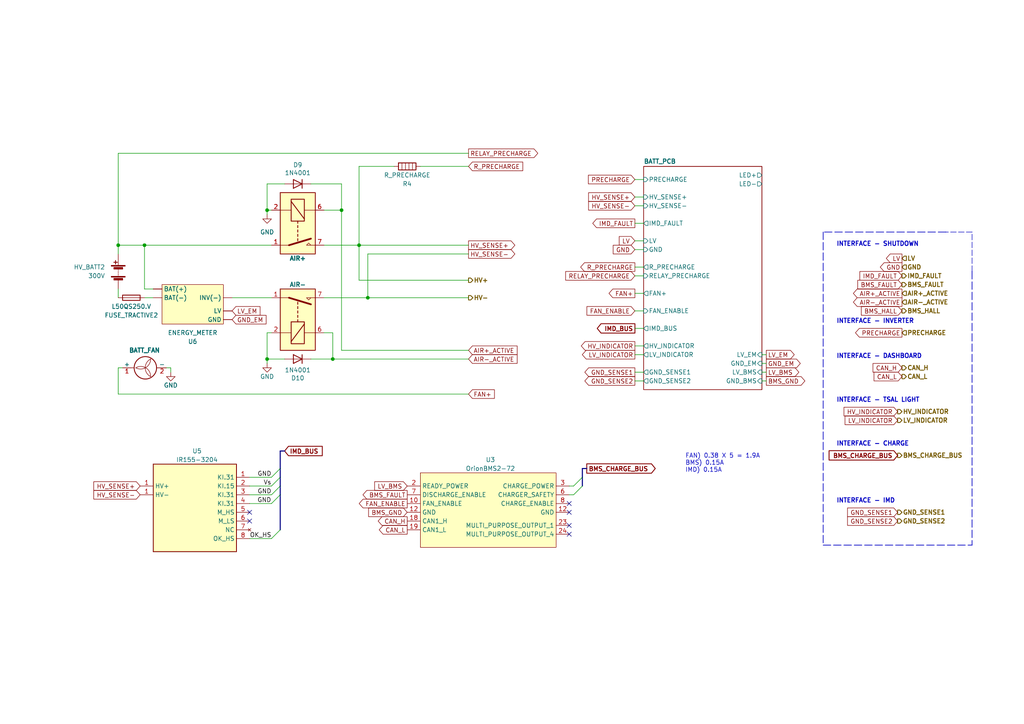
<source format=kicad_sch>
(kicad_sch (version 20211123) (generator eeschema)

  (uuid e7f25f13-075d-470c-8625-49d1ad7153b8)

  (paper "A4")

  (lib_symbols
    (symbol "A-FA_PARTS:ENERGY_METER" (in_bom yes) (on_board yes)
      (property "Reference" "U" (id 0) (at 0 10.16 0)
        (effects (font (size 1.27 1.27)))
      )
      (property "Value" "ENERGY_METER" (id 1) (at 0 7.62 0)
        (effects (font (size 1.27 1.27)))
      )
      (property "Footprint" "" (id 2) (at -3.81 5.08 0)
        (effects (font (size 1.27 1.27)) hide)
      )
      (property "Datasheet" "" (id 3) (at -3.81 5.08 0)
        (effects (font (size 1.27 1.27)) hide)
      )
      (symbol "ENERGY_METER_0_1"
        (rectangle (start -8.89 6.35) (end 8.89 -5.08)
          (stroke (width 0.1524) (type default) (color 0 0 0 0))
          (fill (type background))
        )
      )
      (symbol "ENERGY_METER_1_1"
        (pin input line (at -11.43 5.08 0) (length 2.54)
          (name "BAT(+)" (effects (font (size 1.27 1.27))))
          (number "" (effects (font (size 1.27 1.27))))
        )
        (pin input line (at -11.43 2.54 0) (length 2.54)
          (name "BAT(-)" (effects (font (size 1.27 1.27))))
          (number "" (effects (font (size 1.27 1.27))))
        )
        (pin input line (at 11.43 -3.81 180) (length 2.54)
          (name "GND" (effects (font (size 1.27 1.27))))
          (number "" (effects (font (size 1.27 1.27))))
        )
        (pin input line (at 11.43 2.54 180) (length 2.54)
          (name "INV(-)" (effects (font (size 1.27 1.27))))
          (number "" (effects (font (size 1.27 1.27))))
        )
        (pin input line (at 11.43 -1.27 180) (length 2.54)
          (name "LV" (effects (font (size 1.27 1.27))))
          (number "" (effects (font (size 1.27 1.27))))
        )
      )
    )
    (symbol "A-FA_PARTS:IR155-3204" (in_bom yes) (on_board yes)
      (property "Reference" "U" (id 0) (at 0 12.7 0)
        (effects (font (size 1.27 1.27)))
      )
      (property "Value" "IR155-3204" (id 1) (at 0 0 0)
        (effects (font (size 1.27 1.27)))
      )
      (property "Footprint" "" (id 2) (at 0 0 0)
        (effects (font (size 1.27 1.27)) hide)
      )
      (property "Datasheet" "" (id 3) (at 0 0 0)
        (effects (font (size 1.27 1.27)) hide)
      )
      (symbol "IR155-3204_0_1"
        (rectangle (start -12.7 11.43) (end 11.43 -13.97)
          (stroke (width 0.25) (type default) (color 0 0 0 0))
          (fill (type background))
        )
      )
      (symbol "IR155-3204_1_1"
        (pin input line (at -16.51 5.08 0) (length 3.81)
          (name "HV+" (effects (font (size 1.27 1.27))))
          (number "1" (effects (font (size 1.27 1.27))))
        )
        (pin input line (at -16.51 2.54 0) (length 3.81)
          (name "HV-" (effects (font (size 1.27 1.27))))
          (number "1" (effects (font (size 1.27 1.27))))
        )
        (pin input line (at 15.24 7.62 180) (length 3.81)
          (name "KI.31" (effects (font (size 1.27 1.27))))
          (number "1" (effects (font (size 1.27 1.27))))
        )
        (pin input line (at 15.24 5.08 180) (length 3.81)
          (name "KI.15" (effects (font (size 1.27 1.27))))
          (number "2" (effects (font (size 1.27 1.27))))
        )
        (pin input line (at 15.24 2.54 180) (length 3.81)
          (name "KI.31" (effects (font (size 1.27 1.27))))
          (number "3" (effects (font (size 1.27 1.27))))
        )
        (pin input line (at 15.24 0 180) (length 3.81)
          (name "KI.31" (effects (font (size 1.27 1.27))))
          (number "4" (effects (font (size 1.27 1.27))))
        )
        (pin input line (at 15.24 -2.54 180) (length 3.81)
          (name "M_HS" (effects (font (size 1.27 1.27))))
          (number "5" (effects (font (size 1.27 1.27))))
        )
        (pin input line (at 15.24 -5.08 180) (length 3.81)
          (name "M_LS" (effects (font (size 1.27 1.27))))
          (number "6" (effects (font (size 1.27 1.27))))
        )
        (pin no_connect line (at 15.24 -7.62 180) (length 3.81)
          (name "NC" (effects (font (size 1.27 1.27))))
          (number "7" (effects (font (size 1.27 1.27))))
        )
        (pin input line (at 15.24 -10.16 180) (length 3.81)
          (name "OK_HS" (effects (font (size 1.27 1.27))))
          (number "8" (effects (font (size 1.27 1.27))))
        )
      )
    )
    (symbol "A-FA_PARTS:OrionBMS2-72" (in_bom yes) (on_board yes)
      (property "Reference" "U" (id 0) (at 0 0 0)
        (effects (font (size 1.27 1.27)))
      )
      (property "Value" "OrionBMS2-72" (id 1) (at 0 0 0)
        (effects (font (size 1.27 1.27)))
      )
      (property "Footprint" "" (id 2) (at 0 0 0)
        (effects (font (size 1.27 1.27)) hide)
      )
      (property "Datasheet" "" (id 3) (at 0 0 0)
        (effects (font (size 1.27 1.27)) hide)
      )
      (symbol "OrionBMS2-72_0_1"
        (rectangle (start -20.32 10.16) (end 19.05 -11.43)
          (stroke (width 0) (type default) (color 0 0 0 0))
          (fill (type background))
        )
      )
      (symbol "OrionBMS2-72_1_1"
        (pin input line (at -24.13 1.27 0) (length 3.81)
          (name "FAN_ENABLE" (effects (font (size 1.27 1.27))))
          (number "10" (effects (font (size 1.27 1.27))))
        )
        (pin input line (at -24.13 -1.27 0) (length 3.81)
          (name "GND" (effects (font (size 1.27 1.27))))
          (number "12" (effects (font (size 1.27 1.27))))
        )
        (pin input line (at 22.86 -1.27 180) (length 3.81)
          (name "GND" (effects (font (size 1.27 1.27))))
          (number "12" (effects (font (size 1.27 1.27))))
        )
        (pin input line (at -24.13 -3.81 0) (length 3.81)
          (name "CAN1_H" (effects (font (size 1.27 1.27))))
          (number "18" (effects (font (size 1.27 1.27))))
        )
        (pin input line (at -24.13 -6.35 0) (length 3.81)
          (name "CAN1_L" (effects (font (size 1.27 1.27))))
          (number "19" (effects (font (size 1.27 1.27))))
        )
        (pin input line (at -24.13 6.35 0) (length 3.81)
          (name "READY_POWER" (effects (font (size 1.27 1.27))))
          (number "2" (effects (font (size 1.27 1.27))))
        )
        (pin input line (at 22.86 -5.08 180) (length 3.81)
          (name "MULTI_PURPOSE_OUTPUT_1" (effects (font (size 1.27 1.27))))
          (number "23" (effects (font (size 1.27 1.27))))
        )
        (pin input line (at 22.86 -7.62 180) (length 3.81)
          (name "MULTI_PURPOSE_OUTPUT_4" (effects (font (size 1.27 1.27))))
          (number "24" (effects (font (size 1.27 1.27))))
        )
        (pin input line (at 22.86 6.35 180) (length 3.81)
          (name "CHARGE_POWER" (effects (font (size 1.27 1.27))))
          (number "3" (effects (font (size 1.27 1.27))))
        )
        (pin input line (at 22.86 3.81 180) (length 3.81)
          (name "CHARGER_SAFETY" (effects (font (size 1.27 1.27))))
          (number "6" (effects (font (size 1.27 1.27))))
        )
        (pin input line (at -24.13 3.81 0) (length 3.81)
          (name "DISCHARGE_ENABLE" (effects (font (size 1.27 1.27))))
          (number "7" (effects (font (size 1.27 1.27))))
        )
        (pin input line (at 22.86 1.27 180) (length 3.81)
          (name "CHARGE_ENABLE" (effects (font (size 1.27 1.27))))
          (number "8" (effects (font (size 1.27 1.27))))
        )
      )
    )
    (symbol "DIPxx-1Axx-12x_1" (in_bom yes) (on_board yes)
      (property "Reference" "K" (id 0) (at 8.89 3.81 0)
        (effects (font (size 1.27 1.27)) (justify left))
      )
      (property "Value" "DIPxx-1Axx-12x_1" (id 1) (at 8.89 1.27 0)
        (effects (font (size 1.27 1.27)) (justify left))
      )
      (property "Footprint" "Relay_THT:Relay_StandexMeder_DIP_LowProfile" (id 2) (at 8.89 -1.27 0)
        (effects (font (size 1.27 1.27)) (justify left) hide)
      )
      (property "Datasheet" "https://standexelectronics.com/wp-content/uploads/datasheet_reed_relay_DIP.pdf" (id 3) (at 0 0 0)
        (effects (font (size 1.27 1.27)) hide)
      )
      (property "ki_keywords" "Single Pole Reed Relay SPST" (id 4) (at 0 0 0)
        (effects (font (size 1.27 1.27)) hide)
      )
      (property "ki_description" "Standex Meder DIP reed relay, SPST, Closing Contact" (id 5) (at 0 0 0)
        (effects (font (size 1.27 1.27)) hide)
      )
      (property "ki_fp_filters" "Relay*StandexMeder*DIP*LowProfile*" (id 6) (at 0 0 0)
        (effects (font (size 1.27 1.27)) hide)
      )
      (symbol "DIPxx-1Axx-12x_1_0_0"
        (polyline
          (pts
            (xy 5.08 5.08)
            (xy 5.08 2.54)
            (xy 4.445 3.175)
            (xy 5.08 3.81)
          )
          (stroke (width 0) (type default) (color 0 0 0 0))
          (fill (type none))
        )
      )
      (symbol "DIPxx-1Axx-12x_1_0_1"
        (rectangle (start -10.16 5.08) (end 7.62 -5.08)
          (stroke (width 0.254) (type default) (color 0 0 0 0))
          (fill (type background))
        )
        (rectangle (start -8.255 1.905) (end -1.905 -1.905)
          (stroke (width 0.254) (type default) (color 0 0 0 0))
          (fill (type none))
        )
        (polyline
          (pts
            (xy -7.62 -1.905)
            (xy -2.54 1.905)
          )
          (stroke (width 0.254) (type default) (color 0 0 0 0))
          (fill (type none))
        )
        (polyline
          (pts
            (xy -5.08 -5.08)
            (xy -5.08 -1.905)
          )
          (stroke (width 0) (type default) (color 0 0 0 0))
          (fill (type none))
        )
        (polyline
          (pts
            (xy -5.08 5.08)
            (xy -5.08 1.905)
          )
          (stroke (width 0) (type default) (color 0 0 0 0))
          (fill (type none))
        )
        (polyline
          (pts
            (xy -1.905 0)
            (xy -1.27 0)
          )
          (stroke (width 0.254) (type default) (color 0 0 0 0))
          (fill (type none))
        )
        (polyline
          (pts
            (xy -0.635 0)
            (xy 0 0)
          )
          (stroke (width 0.254) (type default) (color 0 0 0 0))
          (fill (type none))
        )
        (polyline
          (pts
            (xy 0.635 0)
            (xy 1.27 0)
          )
          (stroke (width 0.254) (type default) (color 0 0 0 0))
          (fill (type none))
        )
        (polyline
          (pts
            (xy 1.905 0)
            (xy 2.54 0)
          )
          (stroke (width 0.254) (type default) (color 0 0 0 0))
          (fill (type none))
        )
        (polyline
          (pts
            (xy 3.175 0)
            (xy 3.81 0)
          )
          (stroke (width 0.254) (type default) (color 0 0 0 0))
          (fill (type none))
        )
        (polyline
          (pts
            (xy 5.08 -2.54)
            (xy 3.175 3.81)
          )
          (stroke (width 0.508) (type default) (color 0 0 0 0))
          (fill (type none))
        )
        (polyline
          (pts
            (xy 5.08 -2.54)
            (xy 5.08 -5.08)
          )
          (stroke (width 0) (type default) (color 0 0 0 0))
          (fill (type none))
        )
      )
      (symbol "DIPxx-1Axx-12x_1_1_1"
        (pin passive line (at 5.08 -7.62 90) (length 2.54)
          (name "~" (effects (font (size 1.27 1.27))))
          (number "1" (effects (font (size 1.27 1.27))))
        )
        (pin passive line (at -5.08 -7.62 90) (length 2.54) hide
          (name "~" (effects (font (size 1.27 1.27))))
          (number "13" (effects (font (size 1.27 1.27))))
        )
        (pin passive line (at 5.08 -7.62 90) (length 2.54) hide
          (name "~" (effects (font (size 1.27 1.27))))
          (number "14" (effects (font (size 1.27 1.27))))
        )
        (pin passive line (at -5.08 -7.62 90) (length 2.54)
          (name "~" (effects (font (size 1.27 1.27))))
          (number "2" (effects (font (size 1.27 1.27))))
        )
        (pin passive line (at -5.08 7.62 270) (length 2.54)
          (name "~" (effects (font (size 1.27 1.27))))
          (number "6" (effects (font (size 1.27 1.27))))
        )
        (pin passive line (at 5.08 7.62 270) (length 2.54)
          (name "~" (effects (font (size 1.27 1.27))))
          (number "7" (effects (font (size 1.27 1.27))))
        )
        (pin passive line (at 5.08 7.62 270) (length 2.54) hide
          (name "~" (effects (font (size 1.27 1.27))))
          (number "8" (effects (font (size 1.27 1.27))))
        )
      )
    )
    (symbol "Device:Battery" (pin_numbers hide) (pin_names (offset 0) hide) (in_bom yes) (on_board yes)
      (property "Reference" "BT" (id 0) (at 2.54 2.54 0)
        (effects (font (size 1.27 1.27)) (justify left))
      )
      (property "Value" "Battery" (id 1) (at 2.54 0 0)
        (effects (font (size 1.27 1.27)) (justify left))
      )
      (property "Footprint" "" (id 2) (at 0 1.524 90)
        (effects (font (size 1.27 1.27)) hide)
      )
      (property "Datasheet" "~" (id 3) (at 0 1.524 90)
        (effects (font (size 1.27 1.27)) hide)
      )
      (property "ki_keywords" "batt voltage-source cell" (id 4) (at 0 0 0)
        (effects (font (size 1.27 1.27)) hide)
      )
      (property "ki_description" "Multiple-cell battery" (id 5) (at 0 0 0)
        (effects (font (size 1.27 1.27)) hide)
      )
      (symbol "Battery_0_1"
        (rectangle (start -2.032 -1.397) (end 2.032 -1.651)
          (stroke (width 0) (type default) (color 0 0 0 0))
          (fill (type outline))
        )
        (rectangle (start -2.032 1.778) (end 2.032 1.524)
          (stroke (width 0) (type default) (color 0 0 0 0))
          (fill (type outline))
        )
        (rectangle (start -1.3208 -1.9812) (end 1.27 -2.4892)
          (stroke (width 0) (type default) (color 0 0 0 0))
          (fill (type outline))
        )
        (rectangle (start -1.3208 1.1938) (end 1.27 0.6858)
          (stroke (width 0) (type default) (color 0 0 0 0))
          (fill (type outline))
        )
        (polyline
          (pts
            (xy 0 -1.524)
            (xy 0 -1.27)
          )
          (stroke (width 0) (type default) (color 0 0 0 0))
          (fill (type none))
        )
        (polyline
          (pts
            (xy 0 -1.016)
            (xy 0 -0.762)
          )
          (stroke (width 0) (type default) (color 0 0 0 0))
          (fill (type none))
        )
        (polyline
          (pts
            (xy 0 -0.508)
            (xy 0 -0.254)
          )
          (stroke (width 0) (type default) (color 0 0 0 0))
          (fill (type none))
        )
        (polyline
          (pts
            (xy 0 0)
            (xy 0 0.254)
          )
          (stroke (width 0) (type default) (color 0 0 0 0))
          (fill (type none))
        )
        (polyline
          (pts
            (xy 0 0.508)
            (xy 0 0.762)
          )
          (stroke (width 0) (type default) (color 0 0 0 0))
          (fill (type none))
        )
        (polyline
          (pts
            (xy 0 1.778)
            (xy 0 2.54)
          )
          (stroke (width 0) (type default) (color 0 0 0 0))
          (fill (type none))
        )
        (polyline
          (pts
            (xy 0.254 2.667)
            (xy 1.27 2.667)
          )
          (stroke (width 0.254) (type default) (color 0 0 0 0))
          (fill (type none))
        )
        (polyline
          (pts
            (xy 0.762 3.175)
            (xy 0.762 2.159)
          )
          (stroke (width 0.254) (type default) (color 0 0 0 0))
          (fill (type none))
        )
      )
      (symbol "Battery_1_1"
        (pin passive line (at 0 5.08 270) (length 2.54)
          (name "+" (effects (font (size 1.27 1.27))))
          (number "1" (effects (font (size 1.27 1.27))))
        )
        (pin passive line (at 0 -5.08 90) (length 2.54)
          (name "-" (effects (font (size 1.27 1.27))))
          (number "2" (effects (font (size 1.27 1.27))))
        )
      )
    )
    (symbol "Device:Fuse" (pin_numbers hide) (pin_names (offset 0)) (in_bom yes) (on_board yes)
      (property "Reference" "F" (id 0) (at 2.032 0 90)
        (effects (font (size 1.27 1.27)))
      )
      (property "Value" "Fuse" (id 1) (at -1.905 0 90)
        (effects (font (size 1.27 1.27)))
      )
      (property "Footprint" "" (id 2) (at -1.778 0 90)
        (effects (font (size 1.27 1.27)) hide)
      )
      (property "Datasheet" "~" (id 3) (at 0 0 0)
        (effects (font (size 1.27 1.27)) hide)
      )
      (property "ki_keywords" "fuse" (id 4) (at 0 0 0)
        (effects (font (size 1.27 1.27)) hide)
      )
      (property "ki_description" "Fuse" (id 5) (at 0 0 0)
        (effects (font (size 1.27 1.27)) hide)
      )
      (property "ki_fp_filters" "*Fuse*" (id 6) (at 0 0 0)
        (effects (font (size 1.27 1.27)) hide)
      )
      (symbol "Fuse_0_1"
        (rectangle (start -0.762 -2.54) (end 0.762 2.54)
          (stroke (width 0.254) (type default) (color 0 0 0 0))
          (fill (type none))
        )
        (polyline
          (pts
            (xy 0 2.54)
            (xy 0 -2.54)
          )
          (stroke (width 0) (type default) (color 0 0 0 0))
          (fill (type none))
        )
      )
      (symbol "Fuse_1_1"
        (pin passive line (at 0 3.81 270) (length 1.27)
          (name "~" (effects (font (size 1.27 1.27))))
          (number "1" (effects (font (size 1.27 1.27))))
        )
        (pin passive line (at 0 -3.81 90) (length 1.27)
          (name "~" (effects (font (size 1.27 1.27))))
          (number "2" (effects (font (size 1.27 1.27))))
        )
      )
    )
    (symbol "Device:Heater" (pin_numbers hide) (pin_names (offset 0)) (in_bom yes) (on_board yes)
      (property "Reference" "R" (id 0) (at 2.032 0 90)
        (effects (font (size 1.27 1.27)))
      )
      (property "Value" "Heater" (id 1) (at -2.032 0 90)
        (effects (font (size 1.27 1.27)))
      )
      (property "Footprint" "" (id 2) (at -1.778 0 90)
        (effects (font (size 1.27 1.27)) hide)
      )
      (property "Datasheet" "~" (id 3) (at 0 0 0)
        (effects (font (size 1.27 1.27)) hide)
      )
      (property "ki_keywords" "heater R resistor" (id 4) (at 0 0 0)
        (effects (font (size 1.27 1.27)) hide)
      )
      (property "ki_description" "Resistive heater" (id 5) (at 0 0 0)
        (effects (font (size 1.27 1.27)) hide)
      )
      (symbol "Heater_0_1"
        (rectangle (start -1.016 -2.54) (end 1.016 2.54)
          (stroke (width 0.254) (type default) (color 0 0 0 0))
          (fill (type none))
        )
        (polyline
          (pts
            (xy -1.016 1.524)
            (xy 1.016 1.524)
          )
          (stroke (width 0) (type default) (color 0 0 0 0))
          (fill (type none))
        )
        (polyline
          (pts
            (xy 1.016 -1.524)
            (xy -1.016 -1.524)
          )
          (stroke (width 0) (type default) (color 0 0 0 0))
          (fill (type none))
        )
        (polyline
          (pts
            (xy 1.016 -0.508)
            (xy -1.016 -0.508)
          )
          (stroke (width 0) (type default) (color 0 0 0 0))
          (fill (type none))
        )
        (polyline
          (pts
            (xy 1.016 0.508)
            (xy -1.016 0.508)
          )
          (stroke (width 0) (type default) (color 0 0 0 0))
          (fill (type none))
        )
      )
      (symbol "Heater_1_1"
        (pin passive line (at 0 3.81 270) (length 1.27)
          (name "~" (effects (font (size 1.27 1.27))))
          (number "1" (effects (font (size 1.27 1.27))))
        )
        (pin passive line (at 0 -3.81 90) (length 1.27)
          (name "~" (effects (font (size 1.27 1.27))))
          (number "2" (effects (font (size 1.27 1.27))))
        )
      )
    )
    (symbol "Diode:1N4001" (pin_numbers hide) (pin_names (offset 1.016) hide) (in_bom yes) (on_board yes)
      (property "Reference" "D" (id 0) (at 0 2.54 0)
        (effects (font (size 1.27 1.27)))
      )
      (property "Value" "1N4001" (id 1) (at 0 -2.54 0)
        (effects (font (size 1.27 1.27)))
      )
      (property "Footprint" "Diode_THT:D_DO-41_SOD81_P10.16mm_Horizontal" (id 2) (at 0 -4.445 0)
        (effects (font (size 1.27 1.27)) hide)
      )
      (property "Datasheet" "http://www.vishay.com/docs/88503/1n4001.pdf" (id 3) (at 0 0 0)
        (effects (font (size 1.27 1.27)) hide)
      )
      (property "ki_keywords" "diode" (id 4) (at 0 0 0)
        (effects (font (size 1.27 1.27)) hide)
      )
      (property "ki_description" "50V 1A General Purpose Rectifier Diode, DO-41" (id 5) (at 0 0 0)
        (effects (font (size 1.27 1.27)) hide)
      )
      (property "ki_fp_filters" "D*DO?41*" (id 6) (at 0 0 0)
        (effects (font (size 1.27 1.27)) hide)
      )
      (symbol "1N4001_0_1"
        (polyline
          (pts
            (xy -1.27 1.27)
            (xy -1.27 -1.27)
          )
          (stroke (width 0.254) (type default) (color 0 0 0 0))
          (fill (type none))
        )
        (polyline
          (pts
            (xy 1.27 0)
            (xy -1.27 0)
          )
          (stroke (width 0) (type default) (color 0 0 0 0))
          (fill (type none))
        )
        (polyline
          (pts
            (xy 1.27 1.27)
            (xy 1.27 -1.27)
            (xy -1.27 0)
            (xy 1.27 1.27)
          )
          (stroke (width 0.254) (type default) (color 0 0 0 0))
          (fill (type none))
        )
      )
      (symbol "1N4001_1_1"
        (pin passive line (at -3.81 0 0) (length 2.54)
          (name "K" (effects (font (size 1.27 1.27))))
          (number "1" (effects (font (size 1.27 1.27))))
        )
        (pin passive line (at 3.81 0 180) (length 2.54)
          (name "A" (effects (font (size 1.27 1.27))))
          (number "2" (effects (font (size 1.27 1.27))))
        )
      )
    )
    (symbol "Motor:Fan" (pin_names (offset 0)) (in_bom yes) (on_board yes)
      (property "Reference" "M" (id 0) (at 2.54 5.08 0)
        (effects (font (size 1.27 1.27)) (justify left))
      )
      (property "Value" "Fan" (id 1) (at 2.54 -2.54 0)
        (effects (font (size 1.27 1.27)) (justify left top))
      )
      (property "Footprint" "" (id 2) (at 0 0.254 0)
        (effects (font (size 1.27 1.27)) hide)
      )
      (property "Datasheet" "~" (id 3) (at 0 0.254 0)
        (effects (font (size 1.27 1.27)) hide)
      )
      (property "ki_keywords" "Fan Motor" (id 4) (at 0 0 0)
        (effects (font (size 1.27 1.27)) hide)
      )
      (property "ki_description" "Fan" (id 5) (at 0 0 0)
        (effects (font (size 1.27 1.27)) hide)
      )
      (property "ki_fp_filters" "PinHeader*P2.54mm* TerminalBlock*" (id 6) (at 0 0 0)
        (effects (font (size 1.27 1.27)) hide)
      )
      (symbol "Fan_0_1"
        (arc (start -2.54 -0.508) (mid -0.0014 0.9048) (end 0 3.81)
          (stroke (width 0) (type default) (color 0 0 0 0))
          (fill (type none))
        )
        (polyline
          (pts
            (xy 0 -5.08)
            (xy 0 -4.572)
          )
          (stroke (width 0) (type default) (color 0 0 0 0))
          (fill (type none))
        )
        (polyline
          (pts
            (xy 0 -2.2352)
            (xy 0 -2.6416)
          )
          (stroke (width 0) (type default) (color 0 0 0 0))
          (fill (type none))
        )
        (polyline
          (pts
            (xy 0 4.2672)
            (xy 0 4.6228)
          )
          (stroke (width 0) (type default) (color 0 0 0 0))
          (fill (type none))
        )
        (polyline
          (pts
            (xy 0 4.572)
            (xy 0 5.08)
          )
          (stroke (width 0) (type default) (color 0 0 0 0))
          (fill (type none))
        )
        (circle (center 0 1.016) (radius 3.2512)
          (stroke (width 0.254) (type default) (color 0 0 0 0))
          (fill (type none))
        )
        (arc (start 0 3.81) (mid 0.0468 0.9315) (end 2.54 -0.508)
          (stroke (width 0) (type default) (color 0 0 0 0))
          (fill (type none))
        )
        (arc (start 2.54 -0.508) (mid 0 1.0618) (end -2.54 -0.508)
          (stroke (width 0) (type default) (color 0 0 0 0))
          (fill (type none))
        )
      )
      (symbol "Fan_1_1"
        (pin passive line (at 0 7.62 270) (length 2.54)
          (name "+" (effects (font (size 1.27 1.27))))
          (number "1" (effects (font (size 1.27 1.27))))
        )
        (pin passive line (at 0 -5.08 90) (length 2.54)
          (name "-" (effects (font (size 1.27 1.27))))
          (number "2" (effects (font (size 1.27 1.27))))
        )
      )
    )
    (symbol "Relay:DIPxx-1Axx-12x" (in_bom yes) (on_board yes)
      (property "Reference" "K" (id 0) (at 8.89 3.81 0)
        (effects (font (size 1.27 1.27)) (justify left))
      )
      (property "Value" "DIPxx-1Axx-12x" (id 1) (at 8.89 1.27 0)
        (effects (font (size 1.27 1.27)) (justify left))
      )
      (property "Footprint" "Relay_THT:Relay_StandexMeder_DIP_LowProfile" (id 2) (at 8.89 -1.27 0)
        (effects (font (size 1.27 1.27)) (justify left) hide)
      )
      (property "Datasheet" "https://standexelectronics.com/wp-content/uploads/datasheet_reed_relay_DIP.pdf" (id 3) (at 0 0 0)
        (effects (font (size 1.27 1.27)) hide)
      )
      (property "ki_keywords" "Single Pole Reed Relay SPST" (id 4) (at 0 0 0)
        (effects (font (size 1.27 1.27)) hide)
      )
      (property "ki_description" "Standex Meder DIP reed relay, SPST, Closing Contact" (id 5) (at 0 0 0)
        (effects (font (size 1.27 1.27)) hide)
      )
      (property "ki_fp_filters" "Relay*StandexMeder*DIP*LowProfile*" (id 6) (at 0 0 0)
        (effects (font (size 1.27 1.27)) hide)
      )
      (symbol "DIPxx-1Axx-12x_0_0"
        (polyline
          (pts
            (xy 5.08 5.08)
            (xy 5.08 2.54)
            (xy 4.445 3.175)
            (xy 5.08 3.81)
          )
          (stroke (width 0) (type default) (color 0 0 0 0))
          (fill (type none))
        )
      )
      (symbol "DIPxx-1Axx-12x_0_1"
        (rectangle (start -10.16 5.08) (end 7.62 -5.08)
          (stroke (width 0.254) (type default) (color 0 0 0 0))
          (fill (type background))
        )
        (rectangle (start -8.255 1.905) (end -1.905 -1.905)
          (stroke (width 0.254) (type default) (color 0 0 0 0))
          (fill (type none))
        )
        (polyline
          (pts
            (xy -7.62 -1.905)
            (xy -2.54 1.905)
          )
          (stroke (width 0.254) (type default) (color 0 0 0 0))
          (fill (type none))
        )
        (polyline
          (pts
            (xy -5.08 -5.08)
            (xy -5.08 -1.905)
          )
          (stroke (width 0) (type default) (color 0 0 0 0))
          (fill (type none))
        )
        (polyline
          (pts
            (xy -5.08 5.08)
            (xy -5.08 1.905)
          )
          (stroke (width 0) (type default) (color 0 0 0 0))
          (fill (type none))
        )
        (polyline
          (pts
            (xy -1.905 0)
            (xy -1.27 0)
          )
          (stroke (width 0.254) (type default) (color 0 0 0 0))
          (fill (type none))
        )
        (polyline
          (pts
            (xy -0.635 0)
            (xy 0 0)
          )
          (stroke (width 0.254) (type default) (color 0 0 0 0))
          (fill (type none))
        )
        (polyline
          (pts
            (xy 0.635 0)
            (xy 1.27 0)
          )
          (stroke (width 0.254) (type default) (color 0 0 0 0))
          (fill (type none))
        )
        (polyline
          (pts
            (xy 1.905 0)
            (xy 2.54 0)
          )
          (stroke (width 0.254) (type default) (color 0 0 0 0))
          (fill (type none))
        )
        (polyline
          (pts
            (xy 3.175 0)
            (xy 3.81 0)
          )
          (stroke (width 0.254) (type default) (color 0 0 0 0))
          (fill (type none))
        )
        (polyline
          (pts
            (xy 5.08 -2.54)
            (xy 3.175 3.81)
          )
          (stroke (width 0.508) (type default) (color 0 0 0 0))
          (fill (type none))
        )
        (polyline
          (pts
            (xy 5.08 -2.54)
            (xy 5.08 -5.08)
          )
          (stroke (width 0) (type default) (color 0 0 0 0))
          (fill (type none))
        )
      )
      (symbol "DIPxx-1Axx-12x_1_1"
        (pin passive line (at 5.08 -7.62 90) (length 2.54)
          (name "~" (effects (font (size 1.27 1.27))))
          (number "1" (effects (font (size 1.27 1.27))))
        )
        (pin passive line (at -5.08 -7.62 90) (length 2.54) hide
          (name "~" (effects (font (size 1.27 1.27))))
          (number "13" (effects (font (size 1.27 1.27))))
        )
        (pin passive line (at 5.08 -7.62 90) (length 2.54) hide
          (name "~" (effects (font (size 1.27 1.27))))
          (number "14" (effects (font (size 1.27 1.27))))
        )
        (pin passive line (at -5.08 -7.62 90) (length 2.54)
          (name "~" (effects (font (size 1.27 1.27))))
          (number "2" (effects (font (size 1.27 1.27))))
        )
        (pin passive line (at -5.08 7.62 270) (length 2.54)
          (name "~" (effects (font (size 1.27 1.27))))
          (number "6" (effects (font (size 1.27 1.27))))
        )
        (pin passive line (at 5.08 7.62 270) (length 2.54)
          (name "~" (effects (font (size 1.27 1.27))))
          (number "7" (effects (font (size 1.27 1.27))))
        )
        (pin passive line (at 5.08 7.62 270) (length 2.54) hide
          (name "~" (effects (font (size 1.27 1.27))))
          (number "8" (effects (font (size 1.27 1.27))))
        )
      )
    )
    (symbol "power:GND" (power) (pin_names (offset 0)) (in_bom yes) (on_board yes)
      (property "Reference" "#PWR" (id 0) (at 0 -6.35 0)
        (effects (font (size 1.27 1.27)) hide)
      )
      (property "Value" "GND" (id 1) (at 0 -3.81 0)
        (effects (font (size 1.27 1.27)))
      )
      (property "Footprint" "" (id 2) (at 0 0 0)
        (effects (font (size 1.27 1.27)) hide)
      )
      (property "Datasheet" "" (id 3) (at 0 0 0)
        (effects (font (size 1.27 1.27)) hide)
      )
      (property "ki_keywords" "power-flag" (id 4) (at 0 0 0)
        (effects (font (size 1.27 1.27)) hide)
      )
      (property "ki_description" "Power symbol creates a global label with name \"GND\" , ground" (id 5) (at 0 0 0)
        (effects (font (size 1.27 1.27)) hide)
      )
      (symbol "GND_0_1"
        (polyline
          (pts
            (xy 0 0)
            (xy 0 -1.27)
            (xy 1.27 -1.27)
            (xy 0 -2.54)
            (xy -1.27 -1.27)
            (xy 0 -1.27)
          )
          (stroke (width 0) (type default) (color 0 0 0 0))
          (fill (type none))
        )
      )
      (symbol "GND_1_1"
        (pin power_in line (at 0 0 270) (length 0) hide
          (name "GND" (effects (font (size 1.27 1.27))))
          (number "1" (effects (font (size 1.27 1.27))))
        )
      )
    )
  )

  (junction (at 99.06 60.96) (diameter 0) (color 0 0 0 0)
    (uuid 0bcb89df-4002-4da3-9f22-75d0d0a03f09)
  )
  (junction (at 104.14 71.12) (diameter 0) (color 0 0 0 0)
    (uuid 0ff10890-0884-44fb-9c20-af4bd75eb529)
  )
  (junction (at 77.47 60.96) (diameter 0) (color 0 0 0 0)
    (uuid 2c0cb056-5889-41da-8cf9-3134270b4855)
  )
  (junction (at 41.91 71.12) (diameter 0) (color 0 0 0 0)
    (uuid 637ce733-fe65-4471-81ac-e7a907a5ee63)
  )
  (junction (at 106.68 86.36) (diameter 0) (color 0 0 0 0)
    (uuid 901f619b-0557-43ca-b562-cb1844341617)
  )
  (junction (at 96.52 104.14) (diameter 0) (color 0 0 0 0)
    (uuid 909cb63e-1b01-4357-a580-af174eae0c1e)
  )
  (junction (at 34.29 71.12) (diameter 0) (color 0 0 0 0)
    (uuid 968dca4e-e6a1-4240-9901-1dcec3ca2ef1)
  )
  (junction (at 77.47 104.14) (diameter 0) (color 0 0 0 0)
    (uuid a885df68-4802-494b-affb-bc4d3518a5ee)
  )

  (no_connect (at 165.1 146.05) (uuid 0b5dd3f2-b7dd-45af-bd4f-baa3d108713b))
  (no_connect (at 165.1 154.94) (uuid 4629d489-5bdb-475f-8c23-81b58a5bf64c))
  (no_connect (at 72.39 148.59) (uuid 8838c7cf-935d-4363-bab2-e0bb969163a7))
  (no_connect (at 165.1 148.59) (uuid 94b41156-902c-484b-8b8a-d555d532097a))
  (no_connect (at 72.39 151.13) (uuid ae8f84b9-8738-4a79-be99-17b739459dee))
  (no_connect (at 165.1 152.4) (uuid d2d52948-0405-4036-bf41-a0f9f3615ae9))

  (bus_entry (at 78.74 146.05) (size 2.54 -2.54)
    (stroke (width 0) (type default) (color 0 0 0 0))
    (uuid 106f91b4-9aae-4e1d-a231-717688793c9d)
  )
  (bus_entry (at 78.74 138.43) (size 2.54 -2.54)
    (stroke (width 0) (type default) (color 0 0 0 0))
    (uuid 329e62f2-259a-43e3-984e-d36c40dc2d2b)
  )
  (bus_entry (at 78.74 140.97) (size 2.54 -2.54)
    (stroke (width 0) (type default) (color 0 0 0 0))
    (uuid 78053881-68f3-4101-82b8-19ddc1074702)
  )
  (bus_entry (at 168.91 138.43) (size -2.54 2.54)
    (stroke (width 0) (type default) (color 0 0 0 0))
    (uuid 7ca787ee-09fc-4e1c-b10d-d30cb3f99f26)
  )
  (bus_entry (at 168.91 140.97) (size -2.54 2.54)
    (stroke (width 0) (type default) (color 0 0 0 0))
    (uuid 7ca787ee-09fc-4e1c-b10d-d30cb3f99f27)
  )
  (bus_entry (at 78.74 143.51) (size 2.54 -2.54)
    (stroke (width 0) (type default) (color 0 0 0 0))
    (uuid dc1bfad0-f4d4-4e69-84ad-aca58247a9e4)
  )
  (bus_entry (at 78.74 156.21) (size 2.54 -2.54)
    (stroke (width 0) (type default) (color 0 0 0 0))
    (uuid f3e41983-b644-4da1-91ff-7f75ffd2e968)
  )

  (wire (pts (xy 184.15 59.69) (xy 186.69 59.69))
    (stroke (width 0) (type default) (color 0 0 0 0))
    (uuid 04413a85-b245-4dd0-b404-708dabd564d9)
  )
  (wire (pts (xy 99.06 101.6) (xy 135.89 101.6))
    (stroke (width 0) (type default) (color 0 0 0 0))
    (uuid 0566ddf1-c371-4a4e-a9df-adbbe06dbc5d)
  )
  (bus (pts (xy 168.91 135.89) (xy 168.91 138.43))
    (stroke (width 0) (type default) (color 0 0 0 0))
    (uuid 08d4ab48-11c7-4e58-8b21-5cd177805ea5)
  )

  (wire (pts (xy 220.98 102.87) (xy 222.25 102.87))
    (stroke (width 0) (type default) (color 0 0 0 0))
    (uuid 0a2556bc-b137-4daf-aee9-463823e1d717)
  )
  (wire (pts (xy 34.29 106.68) (xy 35.56 106.68))
    (stroke (width 0) (type default) (color 0 0 0 0))
    (uuid 0fd81514-8bda-4d83-b16c-8bafd54ecdaf)
  )
  (wire (pts (xy 106.68 73.66) (xy 106.68 86.36))
    (stroke (width 0) (type default) (color 0 0 0 0))
    (uuid 11e5deaa-db25-45e0-971c-9943c280924a)
  )
  (bus (pts (xy 81.28 138.43) (xy 81.28 140.97))
    (stroke (width 0) (type default) (color 0 0 0 0))
    (uuid 12b94591-3111-4e31-8902-2221e8b43e06)
  )

  (polyline (pts (xy 238.76 95.25) (xy 238.76 158.115))
    (stroke (width 0.2) (type default) (color 0 0 0 0))
    (uuid 14693fb9-5447-4a84-9581-4998557fa517)
  )

  (bus (pts (xy 81.28 135.89) (xy 81.28 138.43))
    (stroke (width 0) (type default) (color 0 0 0 0))
    (uuid 1520ad26-35c6-4935-88cc-bb0aa3d5df0d)
  )

  (wire (pts (xy 77.47 96.52) (xy 78.74 96.52))
    (stroke (width 0) (type default) (color 0 0 0 0))
    (uuid 1805287f-9101-4f89-96a9-7c84517faccd)
  )
  (wire (pts (xy 90.17 53.34) (xy 99.06 53.34))
    (stroke (width 0) (type default) (color 0 0 0 0))
    (uuid 1ccbf148-e02b-4712-842c-3165cdd39f7d)
  )
  (wire (pts (xy 184.15 52.07) (xy 186.69 52.07))
    (stroke (width 0) (type default) (color 0 0 0 0))
    (uuid 1e92fdf4-91c9-4b53-a065-792676d64a51)
  )
  (wire (pts (xy 184.15 90.17) (xy 186.69 90.17))
    (stroke (width 0) (type default) (color 0 0 0 0))
    (uuid 1f50fa31-55af-40a3-ac4b-8ad7f8f11c01)
  )
  (wire (pts (xy 220.98 110.49) (xy 222.25 110.49))
    (stroke (width 0) (type default) (color 0 0 0 0))
    (uuid 2142a19d-3632-4028-a5cb-94b733d0747e)
  )
  (wire (pts (xy 41.91 86.36) (xy 44.45 86.36))
    (stroke (width 0) (type default) (color 0 0 0 0))
    (uuid 216ff01a-0cbc-45c3-89d0-47ca49172ccf)
  )
  (wire (pts (xy 184.15 100.33) (xy 186.69 100.33))
    (stroke (width 0) (type default) (color 0 0 0 0))
    (uuid 21f3c227-d74a-4388-a0fc-2b7fe5ec10b0)
  )
  (wire (pts (xy 184.15 102.87) (xy 186.69 102.87))
    (stroke (width 0) (type default) (color 0 0 0 0))
    (uuid 29b63b03-7ebf-4a23-84a4-03b861a85e0c)
  )
  (wire (pts (xy 96.52 104.14) (xy 135.89 104.14))
    (stroke (width 0) (type default) (color 0 0 0 0))
    (uuid 388c4996-c005-4d33-9dec-6a985ca14069)
  )
  (wire (pts (xy 34.29 71.12) (xy 34.29 73.66))
    (stroke (width 0) (type default) (color 0 0 0 0))
    (uuid 39390b86-328e-4121-9755-8dc00edafa67)
  )
  (wire (pts (xy 184.15 57.15) (xy 186.69 57.15))
    (stroke (width 0) (type default) (color 0 0 0 0))
    (uuid 3a09a66b-5bc5-49e5-bf89-8633a638df6e)
  )
  (wire (pts (xy 77.47 104.14) (xy 82.55 104.14))
    (stroke (width 0) (type default) (color 0 0 0 0))
    (uuid 3c1c8c38-9c35-4817-857f-e10a49382444)
  )
  (polyline (pts (xy 281.94 78.74) (xy 281.94 158.115))
    (stroke (width 0.2) (type default) (color 0 0 0 0))
    (uuid 3e755b1f-8ccd-4aac-9997-12726a2fc906)
  )

  (wire (pts (xy 166.37 143.51) (xy 165.1 143.51))
    (stroke (width 0) (type default) (color 0 0 0 0))
    (uuid 4306e4cc-bc4c-4db1-a44c-e548c74f2a3c)
  )
  (polyline (pts (xy 281.94 67.31) (xy 274.32 67.31))
    (stroke (width 0) (type default) (color 0 0 0 0))
    (uuid 43490693-5153-4c7e-b58d-3650e25695c3)
  )

  (wire (pts (xy 77.47 104.14) (xy 77.47 105.41))
    (stroke (width 0) (type default) (color 0 0 0 0))
    (uuid 455f5a0b-f8b9-4dfe-bf4b-00811e502508)
  )
  (polyline (pts (xy 238.76 158.115) (xy 281.94 158.115))
    (stroke (width 0.2) (type default) (color 0 0 0 0))
    (uuid 4d60bcfb-97e1-40ea-8c86-48a9f6c2feeb)
  )

  (wire (pts (xy 96.52 104.14) (xy 96.52 96.52))
    (stroke (width 0) (type default) (color 0 0 0 0))
    (uuid 4f2c98cc-3b5f-4881-a192-bdd870cdd654)
  )
  (wire (pts (xy 72.39 146.05) (xy 78.74 146.05))
    (stroke (width 0) (type default) (color 0 0 0 0))
    (uuid 508bf7f8-74c9-4978-86f4-df5aded53556)
  )
  (wire (pts (xy 106.68 73.66) (xy 135.89 73.66))
    (stroke (width 0) (type default) (color 0 0 0 0))
    (uuid 5298922a-b94b-4bc7-930a-ffecfec44eb4)
  )
  (wire (pts (xy 67.31 86.36) (xy 78.74 86.36))
    (stroke (width 0) (type default) (color 0 0 0 0))
    (uuid 550df59e-460a-40c8-bfa0-0037be3421d8)
  )
  (wire (pts (xy 114.3 48.26) (xy 104.14 48.26))
    (stroke (width 0) (type default) (color 0 0 0 0))
    (uuid 5640c723-ccc7-4c0a-82ff-05ce47c2b541)
  )
  (wire (pts (xy 220.98 105.41) (xy 222.25 105.41))
    (stroke (width 0) (type default) (color 0 0 0 0))
    (uuid 59f172bb-2ce8-4824-9d70-f2a75ce41e41)
  )
  (wire (pts (xy 184.15 69.85) (xy 186.69 69.85))
    (stroke (width 0) (type default) (color 0 0 0 0))
    (uuid 5f334ffd-43eb-4652-9d66-23732ceceae4)
  )
  (wire (pts (xy 72.39 143.51) (xy 78.74 143.51))
    (stroke (width 0) (type default) (color 0 0 0 0))
    (uuid 64448213-e09b-4b41-940c-9e95b89bec36)
  )
  (wire (pts (xy 184.15 80.01) (xy 186.69 80.01))
    (stroke (width 0) (type default) (color 0 0 0 0))
    (uuid 65433197-31b1-4ce2-9ccd-e3a83fd45634)
  )
  (wire (pts (xy 104.14 48.26) (xy 104.14 71.12))
    (stroke (width 0) (type default) (color 0 0 0 0))
    (uuid 6549010d-76b2-4cf0-b883-05d0c7825bde)
  )
  (wire (pts (xy 184.15 107.95) (xy 186.69 107.95))
    (stroke (width 0) (type default) (color 0 0 0 0))
    (uuid 65a97dbe-77e5-4c57-a935-bd3e2e5ea1fb)
  )
  (wire (pts (xy 93.98 71.12) (xy 104.14 71.12))
    (stroke (width 0) (type default) (color 0 0 0 0))
    (uuid 661b0f7e-62ab-4f32-9bb4-db75694adbd6)
  )
  (wire (pts (xy 41.91 71.12) (xy 78.74 71.12))
    (stroke (width 0) (type default) (color 0 0 0 0))
    (uuid 6675f246-0e0c-4435-9309-56342eaa7197)
  )
  (wire (pts (xy 34.29 71.12) (xy 41.91 71.12))
    (stroke (width 0) (type default) (color 0 0 0 0))
    (uuid 7298b5a8-81bc-4213-879c-2ae5695cc3d1)
  )
  (wire (pts (xy 104.14 71.12) (xy 104.14 81.28))
    (stroke (width 0) (type default) (color 0 0 0 0))
    (uuid 74d95050-57a0-4461-80e3-2eae3e5636ad)
  )
  (wire (pts (xy 106.68 86.36) (xy 135.89 86.36))
    (stroke (width 0) (type default) (color 0 0 0 0))
    (uuid 785a8a1a-fc9d-4a2b-98ee-7d7ddbd11486)
  )
  (wire (pts (xy 77.47 96.52) (xy 77.47 104.14))
    (stroke (width 0) (type default) (color 0 0 0 0))
    (uuid 7991b1f1-9d77-44dc-a2d3-2ae5ffed7717)
  )
  (wire (pts (xy 99.06 60.96) (xy 99.06 101.6))
    (stroke (width 0) (type default) (color 0 0 0 0))
    (uuid 7c5eeb4a-6f26-4a89-beeb-4111c0383532)
  )
  (wire (pts (xy 184.15 72.39) (xy 186.69 72.39))
    (stroke (width 0) (type default) (color 0 0 0 0))
    (uuid 81d376c1-c3d2-440b-8b22-a3584d38e905)
  )
  (wire (pts (xy 184.15 110.49) (xy 186.69 110.49))
    (stroke (width 0) (type default) (color 0 0 0 0))
    (uuid 8400261f-3451-4024-92eb-747c2b8c3ac4)
  )
  (wire (pts (xy 184.15 64.77) (xy 186.69 64.77))
    (stroke (width 0) (type default) (color 0 0 0 0))
    (uuid 860f66f7-6a82-4b2e-99f5-aff461e99efb)
  )
  (wire (pts (xy 77.47 53.34) (xy 77.47 60.96))
    (stroke (width 0) (type default) (color 0 0 0 0))
    (uuid 87f375c4-e1f7-4cb4-82f3-0157cef3bc50)
  )
  (wire (pts (xy 72.39 140.97) (xy 78.74 140.97))
    (stroke (width 0) (type default) (color 0 0 0 0))
    (uuid 8c1e0a2e-8520-48d1-b67f-b86425fa24ae)
  )
  (bus (pts (xy 81.28 140.97) (xy 81.28 143.51))
    (stroke (width 0) (type default) (color 0 0 0 0))
    (uuid 8dec8c09-4366-4443-9f91-0cbd37423101)
  )

  (wire (pts (xy 34.29 106.68) (xy 34.29 114.3))
    (stroke (width 0) (type default) (color 0 0 0 0))
    (uuid 93db6826-5974-436c-aca8-0695166a0af5)
  )
  (polyline (pts (xy 274.32 67.31) (xy 238.76 67.31))
    (stroke (width 0.2) (type default) (color 0 0 0 0))
    (uuid 95d41ad9-bf51-4137-b4cf-eea7ff86d4f1)
  )

  (bus (pts (xy 81.28 130.81) (xy 81.28 135.89))
    (stroke (width 0) (type default) (color 0 0 0 0))
    (uuid 95e6dd50-1b03-4b8d-864b-19dee34278c3)
  )

  (wire (pts (xy 104.14 81.28) (xy 135.89 81.28))
    (stroke (width 0) (type default) (color 0 0 0 0))
    (uuid 964cfdab-8714-497f-b785-7d89f7590207)
  )
  (wire (pts (xy 184.15 77.47) (xy 186.69 77.47))
    (stroke (width 0) (type default) (color 0 0 0 0))
    (uuid 969e05be-29dd-4f4a-a984-8adbb6f85fed)
  )
  (wire (pts (xy 48.26 106.68) (xy 49.53 106.68))
    (stroke (width 0) (type default) (color 0 0 0 0))
    (uuid 97bba11b-9ec3-4ac2-acb7-4e232068a686)
  )
  (wire (pts (xy 34.29 44.45) (xy 135.89 44.45))
    (stroke (width 0) (type default) (color 0 0 0 0))
    (uuid b0675d80-db11-4bb5-ae5c-3c8bd8729ba8)
  )
  (wire (pts (xy 49.53 106.68) (xy 49.53 107.95))
    (stroke (width 0) (type default) (color 0 0 0 0))
    (uuid b2455fb1-5e0a-4211-8e8c-d8a1942861c0)
  )
  (wire (pts (xy 41.91 83.82) (xy 41.91 71.12))
    (stroke (width 0) (type default) (color 0 0 0 0))
    (uuid b4a28ea5-466c-424b-96e1-adece696babe)
  )
  (wire (pts (xy 77.47 60.96) (xy 77.47 62.23))
    (stroke (width 0) (type default) (color 0 0 0 0))
    (uuid ba4ed7de-43f0-4e36-b964-f5603e414e59)
  )
  (wire (pts (xy 82.55 53.34) (xy 77.47 53.34))
    (stroke (width 0) (type default) (color 0 0 0 0))
    (uuid ba787fa0-2bed-41b6-80f9-9a95d6ad0715)
  )
  (wire (pts (xy 93.98 96.52) (xy 96.52 96.52))
    (stroke (width 0) (type default) (color 0 0 0 0))
    (uuid bac86d9c-d9ac-4962-bf09-a87ce088cf81)
  )
  (wire (pts (xy 121.92 48.26) (xy 135.89 48.26))
    (stroke (width 0) (type default) (color 0 0 0 0))
    (uuid bed9dd41-bb11-49c0-8eb0-3365fa907532)
  )
  (wire (pts (xy 72.39 156.21) (xy 78.74 156.21))
    (stroke (width 0) (type default) (color 0 0 0 0))
    (uuid c0a1ed84-3262-4f44-b0f6-da1dd239fe47)
  )
  (bus (pts (xy 168.91 135.89) (xy 170.18 135.89))
    (stroke (width 0) (type default) (color 0 0 0 0))
    (uuid c303901e-3597-4aed-8264-56320ad66450)
  )

  (wire (pts (xy 104.14 71.12) (xy 135.89 71.12))
    (stroke (width 0) (type default) (color 0 0 0 0))
    (uuid cd98f8f3-3dc8-4293-bfd1-1bba7a481714)
  )
  (wire (pts (xy 99.06 53.34) (xy 99.06 60.96))
    (stroke (width 0) (type default) (color 0 0 0 0))
    (uuid cdbd467f-1b1a-41ae-9769-7f39791d0cf7)
  )
  (polyline (pts (xy 238.76 67.31) (xy 238.76 95.25))
    (stroke (width 0.2) (type default) (color 0 0 0 0))
    (uuid d3c378d9-e1f6-478b-a304-084b20040595)
  )

  (bus (pts (xy 82.55 130.81) (xy 81.28 130.81))
    (stroke (width 0) (type default) (color 0 0 0 0))
    (uuid de79fa3b-5a21-4aa0-b062-88deb8e9dcc0)
  )

  (wire (pts (xy 184.15 95.25) (xy 186.69 95.25))
    (stroke (width 0) (type default) (color 0 0 0 0))
    (uuid df04ca78-c19c-4323-a247-9ce05681c83d)
  )
  (wire (pts (xy 220.98 107.95) (xy 222.25 107.95))
    (stroke (width 0) (type default) (color 0 0 0 0))
    (uuid e25d6e4b-4c76-4d3a-9f42-469025f5971f)
  )
  (wire (pts (xy 72.39 138.43) (xy 78.74 138.43))
    (stroke (width 0) (type default) (color 0 0 0 0))
    (uuid e5ea051a-87d3-4156-9ba2-bc6cc6030095)
  )
  (wire (pts (xy 93.98 86.36) (xy 106.68 86.36))
    (stroke (width 0) (type default) (color 0 0 0 0))
    (uuid e8a0ed16-9dcd-46e4-93c6-d837dc1c002e)
  )
  (bus (pts (xy 168.91 138.43) (xy 168.91 140.97))
    (stroke (width 0) (type default) (color 0 0 0 0))
    (uuid e9cadfa4-c294-4df6-9f2e-76278c19df45)
  )
  (bus (pts (xy 81.28 143.51) (xy 81.28 153.67))
    (stroke (width 0) (type default) (color 0 0 0 0))
    (uuid ea9e21ea-66f4-4473-999e-0f5844af1579)
  )

  (wire (pts (xy 44.45 83.82) (xy 41.91 83.82))
    (stroke (width 0) (type default) (color 0 0 0 0))
    (uuid ec032d6b-3ddd-43f7-b361-7f7ff86210f6)
  )
  (wire (pts (xy 166.37 140.97) (xy 165.1 140.97))
    (stroke (width 0) (type default) (color 0 0 0 0))
    (uuid f0929aac-ef72-4f52-b275-5f664f2b7950)
  )
  (wire (pts (xy 34.29 114.3) (xy 135.89 114.3))
    (stroke (width 0) (type default) (color 0 0 0 0))
    (uuid f11191d5-84b7-4fe7-ad59-937755a58f24)
  )
  (wire (pts (xy 90.17 104.14) (xy 96.52 104.14))
    (stroke (width 0) (type default) (color 0 0 0 0))
    (uuid f368c36c-3447-4be7-85a1-4b76ca6bb866)
  )
  (wire (pts (xy 93.98 60.96) (xy 99.06 60.96))
    (stroke (width 0) (type default) (color 0 0 0 0))
    (uuid f419975f-f840-4f60-a658-a286434235ab)
  )
  (wire (pts (xy 34.29 83.82) (xy 34.29 86.36))
    (stroke (width 0) (type default) (color 0 0 0 0))
    (uuid f602f74b-e606-42d0-aab7-713f25f1f15d)
  )
  (wire (pts (xy 77.47 60.96) (xy 78.74 60.96))
    (stroke (width 0) (type default) (color 0 0 0 0))
    (uuid f9bfe1ae-5d73-45b2-8860-7904d7466eef)
  )
  (polyline (pts (xy 281.94 78.74) (xy 281.94 67.31))
    (stroke (width 0) (type default) (color 0 0 0 0))
    (uuid fb2e3d53-e067-4380-8a18-61545e387ed0)
  )

  (wire (pts (xy 184.15 85.09) (xy 186.69 85.09))
    (stroke (width 0) (type default) (color 0 0 0 0))
    (uuid fe2747d0-934d-439b-a2eb-2b66c4050abe)
  )
  (wire (pts (xy 34.29 44.45) (xy 34.29 71.12))
    (stroke (width 0) (type default) (color 0 0 0 0))
    (uuid ff0a4c3b-bd81-4274-a06e-b03319486203)
  )

  (text "FAN) 0.38 X 5 = 1.9A\nBMS) 0.15A\nIMD) 0.15A\n" (at 198.755 137.16 0)
    (effects (font (size 1.27 1.27)) (justify left bottom))
    (uuid 3ddc6b71-1e0e-49b0-a56e-9ede2352b298)
  )
  (text "INTERFACE - SHUTDOWN\n\n" (at 242.57 73.66 0)
    (effects (font (size 1.27 1.27) (thickness 0.254) bold) (justify left bottom))
    (uuid 4aca46c8-a10b-4ee2-93ed-c41bc3082363)
  )
  (text "INTERFACE - IMD\n" (at 242.57 146.05 0)
    (effects (font (size 1.27 1.27) (thickness 0.254) bold) (justify left bottom))
    (uuid 7d3ff207-d864-42ed-a611-8ca60af42c47)
  )
  (text "INTERFACE - CHARGE" (at 242.57 129.54 0)
    (effects (font (size 1.27 1.27) (thickness 0.254) bold) (justify left bottom))
    (uuid b4dd319f-6d7b-4997-aa55-e2a5d95da3e6)
  )
  (text "INTERFACE - DASHBOARD" (at 242.57 104.14 0)
    (effects (font (size 1.27 1.27) (thickness 0.254) bold) (justify left bottom))
    (uuid cf905088-13aa-4685-b9a8-4c8489908fa9)
  )
  (text "INTERFACE - TSAL LIGHT\n" (at 242.57 116.84 0)
    (effects (font (size 1.27 1.27) (thickness 0.254) bold) (justify left bottom))
    (uuid db7d1726-cb40-4dc3-9e78-7b5f6b16a07d)
  )
  (text "INTERFACE - INVERTER" (at 242.57 93.98 0)
    (effects (font (size 1.27 1.27) (thickness 0.254) bold) (justify left bottom))
    (uuid e3ec871e-3c50-4b76-afcb-f2f5e796efa0)
  )

  (label "Vs" (at 78.74 140.97 180)
    (effects (font (size 1.27 1.27)) (justify right bottom))
    (uuid 1034ae4a-2f31-4bc4-be2e-dd97e635603b)
  )
  (label "OK_HS" (at 78.74 156.21 180)
    (effects (font (size 1.27 1.27)) (justify right bottom))
    (uuid 406d304f-6b16-4d45-9546-61528ccffb1b)
  )
  (label "GND" (at 78.695 146.05 180)
    (effects (font (size 1.27 1.27)) (justify right bottom))
    (uuid 417b9231-7c90-4495-91f3-0a9a38ab8c5c)
  )
  (label "GND" (at 78.74 143.51 180)
    (effects (font (size 1.27 1.27)) (justify right bottom))
    (uuid 65b3611a-2cbf-47ff-a1e1-f28f339e4b9f)
  )
  (label "GND" (at 78.74 138.43 180)
    (effects (font (size 1.27 1.27)) (justify right bottom))
    (uuid 7824b595-0e6a-4cc1-8554-9511cb509068)
  )

  (global_label "FAN+" (shape output) (at 184.15 85.09 180) (fields_autoplaced)
    (effects (font (size 1.27 1.27)) (justify right))
    (uuid 01c8fd25-fa27-4cbf-a0da-d50d6abe6a4a)
    (property "Intersheet References" "${INTERSHEET_REFS}" (id 0) (at 176.6569 85.0106 0)
      (effects (font (size 1.27 1.27)) (justify right) hide)
    )
  )
  (global_label "CAN_L" (shape input) (at 261.62 109.22 180) (fields_autoplaced)
    (effects (font (size 1.27 1.27)) (justify right))
    (uuid 02928e61-4655-4232-acb6-2d2f8a02fd58)
    (property "Intersheet References" "${INTERSHEET_REFS}" (id 0) (at 253.5221 109.1406 0)
      (effects (font (size 1.27 1.27)) (justify right) hide)
    )
  )
  (global_label "BMS_GND" (shape input) (at 118.11 148.59 180) (fields_autoplaced)
    (effects (font (size 1.27 1.27)) (justify right))
    (uuid 09b593da-39bc-48d8-9928-ec0c23e5245b)
    (property "Intersheet References" "${INTERSHEET_REFS}" (id 0) (at 106.9279 148.5106 0)
      (effects (font (size 1.27 1.27)) (justify right) hide)
    )
  )
  (global_label "BMS_FAULT" (shape input) (at 261.62 82.55 180) (fields_autoplaced)
    (effects (font (size 1.27 1.27)) (justify right))
    (uuid 0a0ef0f6-0200-4fc6-869e-d67effb79e4f)
    (property "Intersheet References" "${INTERSHEET_REFS}" (id 0) (at 248.805 82.4706 0)
      (effects (font (size 1.27 1.27)) (justify right) hide)
    )
  )
  (global_label "FAN_ENABLE" (shape input) (at 184.15 90.17 180) (fields_autoplaced)
    (effects (font (size 1.27 1.27)) (justify right))
    (uuid 0f3f4028-49db-406d-9ddc-a61fd3ba55f9)
    (property "Intersheet References" "${INTERSHEET_REFS}" (id 0) (at 170.2464 90.0906 0)
      (effects (font (size 1.27 1.27)) (justify right) hide)
    )
  )
  (global_label "IMD_FAULT" (shape input) (at 261.62 80.01 180) (fields_autoplaced)
    (effects (font (size 1.27 1.27)) (justify right))
    (uuid 1b85859b-55bc-4855-ba84-2eeede3eeee0)
    (property "Intersheet References" "${INTERSHEET_REFS}" (id 0) (at 249.4098 79.9306 0)
      (effects (font (size 1.27 1.27)) (justify right) hide)
    )
  )
  (global_label "R_PRECHARGE" (shape output) (at 184.15 77.47 180) (fields_autoplaced)
    (effects (font (size 1.27 1.27)) (justify right))
    (uuid 29c4a747-01b7-436d-abd3-bf5aebd85d6e)
    (property "Intersheet References" "${INTERSHEET_REFS}" (id 0) (at 168.4321 77.3906 0)
      (effects (font (size 1.27 1.27)) (justify right) hide)
    )
  )
  (global_label "IMD_BUS" (shape output) (at 184.15 95.25 180) (fields_autoplaced)
    (effects (font (size 1.27 1.27) (thickness 0.254) bold) (justify right))
    (uuid 2a15f52f-63f6-48d0-9d98-e42164d5438a)
    (property "Intersheet References" "${INTERSHEET_REFS}" (id 0) (at 173.4427 95.123 0)
      (effects (font (size 1.27 1.27) (thickness 0.254) bold) (justify right) hide)
    )
  )
  (global_label "CAN_H" (shape output) (at 118.11 151.13 180) (fields_autoplaced)
    (effects (font (size 1.27 1.27)) (justify right))
    (uuid 3370feba-ff84-47e8-9c27-a862b8de50de)
    (property "Intersheet References" "${INTERSHEET_REFS}" (id 0) (at 109.7098 151.0506 0)
      (effects (font (size 1.27 1.27)) (justify right) hide)
    )
  )
  (global_label "GND_SENSE1" (shape output) (at 184.15 107.95 180) (fields_autoplaced)
    (effects (font (size 1.27 1.27)) (justify right))
    (uuid 3cbbad56-6634-4cc0-b9bd-e142dcf43ab4)
    (property "Intersheet References" "${INTERSHEET_REFS}" (id 0) (at 169.6417 107.8706 0)
      (effects (font (size 1.27 1.27)) (justify right) hide)
    )
  )
  (global_label "BMS_CHARGE_BUS" (shape input) (at 260.35 132.08 180) (fields_autoplaced)
    (effects (font (size 1.27 1.27) (thickness 0.254) bold) (justify right))
    (uuid 3e927ff7-2e63-42ad-b264-66f995cf4d07)
    (property "Intersheet References" "${INTERSHEET_REFS}" (id 0) (at 240.6922 131.953 0)
      (effects (font (size 1.27 1.27) (thickness 0.254) bold) (justify right) hide)
    )
  )
  (global_label "GND" (shape input) (at 184.15 72.39 180) (fields_autoplaced)
    (effects (font (size 1.27 1.27)) (justify right))
    (uuid 3f257e13-0068-41cd-abe4-95c647c4e659)
    (property "Intersheet References" "${INTERSHEET_REFS}" (id 0) (at 177.8664 72.3106 0)
      (effects (font (size 1.27 1.27)) (justify right) hide)
    )
  )
  (global_label "GND" (shape output) (at 261.62 77.47 180) (fields_autoplaced)
    (effects (font (size 1.27 1.27)) (justify right))
    (uuid 3f52e2c6-86b9-4779-b456-953ca09f4a0d)
    (property "Intersheet References" "${INTERSHEET_REFS}" (id 0) (at 255.3364 77.3906 0)
      (effects (font (size 1.27 1.27)) (justify right) hide)
    )
  )
  (global_label "PRECHARGE" (shape output) (at 261.62 96.52 180) (fields_autoplaced)
    (effects (font (size 1.27 1.27)) (justify right))
    (uuid 49c68174-cccf-4374-bb3b-def5193995b9)
    (property "Intersheet References" "${INTERSHEET_REFS}" (id 0) (at 248.1398 96.4406 0)
      (effects (font (size 1.27 1.27)) (justify right) hide)
    )
  )
  (global_label "CAN_L" (shape output) (at 118.11 153.67 180) (fields_autoplaced)
    (effects (font (size 1.27 1.27)) (justify right))
    (uuid 4a522226-9213-4d3e-b0c4-240adc5f0d31)
    (property "Intersheet References" "${INTERSHEET_REFS}" (id 0) (at 110.0121 153.5906 0)
      (effects (font (size 1.27 1.27)) (justify right) hide)
    )
  )
  (global_label "HV_SENSE-" (shape input) (at 40.64 143.51 180) (fields_autoplaced)
    (effects (font (size 1.27 1.27)) (justify right))
    (uuid 4cb2d5f8-9c57-421f-933e-1e1614e6f622)
    (property "Intersheet References" "${INTERSHEET_REFS}" (id 0) (at 27.2202 143.4306 0)
      (effects (font (size 1.27 1.27)) (justify right) hide)
    )
  )
  (global_label "LV" (shape output) (at 261.62 74.93 180) (fields_autoplaced)
    (effects (font (size 1.27 1.27)) (justify right))
    (uuid 4f4f71fe-c565-4b48-a22a-09ef6056ff90)
    (property "Intersheet References" "${INTERSHEET_REFS}" (id 0) (at 257.0902 74.8506 0)
      (effects (font (size 1.27 1.27)) (justify right) hide)
    )
  )
  (global_label "LV_INDICATOR" (shape input) (at 260.35 121.92 180) (fields_autoplaced)
    (effects (font (size 1.27 1.27)) (justify right))
    (uuid 57426924-16dd-40e4-87cb-c1b513f62ba3)
    (property "Intersheet References" "${INTERSHEET_REFS}" (id 0) (at 245.1159 121.8406 0)
      (effects (font (size 1.27 1.27)) (justify right) hide)
    )
  )
  (global_label "HV_INDICATOR" (shape input) (at 260.35 119.38 180) (fields_autoplaced)
    (effects (font (size 1.27 1.27)) (justify right))
    (uuid 5777e160-3378-4322-aabd-401b1c45fb24)
    (property "Intersheet References" "${INTERSHEET_REFS}" (id 0) (at 244.8136 119.3006 0)
      (effects (font (size 1.27 1.27)) (justify right) hide)
    )
  )
  (global_label "HV_SENSE-" (shape output) (at 135.89 73.66 0) (fields_autoplaced)
    (effects (font (size 1.27 1.27)) (justify left))
    (uuid 579d99d3-99d9-4b74-b647-762f92551a1c)
    (property "Intersheet References" "${INTERSHEET_REFS}" (id 0) (at 149.3098 73.5806 0)
      (effects (font (size 1.27 1.27)) (justify left) hide)
    )
  )
  (global_label "IMD_BUS" (shape input) (at 82.55 130.81 0) (fields_autoplaced)
    (effects (font (size 1.27 1.27) (thickness 0.254) bold) (justify left))
    (uuid 57c041fd-16ce-4afc-be07-93befcc31b7a)
    (property "Intersheet References" "${INTERSHEET_REFS}" (id 0) (at 93.2573 130.683 0)
      (effects (font (size 1.27 1.27) (thickness 0.254) bold) (justify left) hide)
    )
  )
  (global_label "GND_SENSE2" (shape output) (at 184.15 110.49 180) (fields_autoplaced)
    (effects (font (size 1.27 1.27)) (justify right))
    (uuid 589f9eb7-2086-4a06-99ad-9486594571da)
    (property "Intersheet References" "${INTERSHEET_REFS}" (id 0) (at 169.6417 110.4106 0)
      (effects (font (size 1.27 1.27)) (justify right) hide)
    )
  )
  (global_label "LV_BMS" (shape input) (at 118.11 140.97 180) (fields_autoplaced)
    (effects (font (size 1.27 1.27)) (justify right))
    (uuid 6abd913b-e5cc-442a-ba6b-a245cc6bc295)
    (property "Intersheet References" "${INTERSHEET_REFS}" (id 0) (at 108.6817 140.8906 0)
      (effects (font (size 1.27 1.27)) (justify right) hide)
    )
  )
  (global_label "AIR-_ACTIVE" (shape output) (at 261.62 87.63 180) (fields_autoplaced)
    (effects (font (size 1.27 1.27)) (justify right))
    (uuid 73ceb992-e5d8-485b-94dd-7c1baf347383)
    (property "Intersheet References" "${INTERSHEET_REFS}" (id 0) (at 247.535 87.5506 0)
      (effects (font (size 1.27 1.27)) (justify right) hide)
    )
  )
  (global_label "R_PRECHARGE" (shape input) (at 135.89 48.26 0) (fields_autoplaced)
    (effects (font (size 1.27 1.27)) (justify left))
    (uuid 745ace91-f222-4d32-822b-edd7a1146870)
    (property "Intersheet References" "${INTERSHEET_REFS}" (id 0) (at 151.6079 48.1806 0)
      (effects (font (size 1.27 1.27)) (justify left) hide)
    )
  )
  (global_label "LV_EM" (shape output) (at 222.25 102.87 0) (fields_autoplaced)
    (effects (font (size 1.27 1.27)) (justify left))
    (uuid 81d13724-32d5-48c3-a84a-3ac167783267)
    (property "Intersheet References" "${INTERSHEET_REFS}" (id 0) (at 230.3479 102.9494 0)
      (effects (font (size 1.27 1.27)) (justify left) hide)
    )
  )
  (global_label "FAN+" (shape input) (at 135.89 114.3 0) (fields_autoplaced)
    (effects (font (size 1.27 1.27)) (justify left))
    (uuid 842c886a-4efe-418d-8670-cf80b03bf3d8)
    (property "Intersheet References" "${INTERSHEET_REFS}" (id 0) (at 143.3831 114.2206 0)
      (effects (font (size 1.27 1.27)) (justify left) hide)
    )
  )
  (global_label "BMS_HALL" (shape input) (at 261.62 90.17 180) (fields_autoplaced)
    (effects (font (size 1.27 1.27)) (justify right))
    (uuid 8a73a4af-640c-40a9-9a0f-b1cd71de2567)
    (property "Intersheet References" "${INTERSHEET_REFS}" (id 0) (at 249.8331 90.0906 0)
      (effects (font (size 1.27 1.27)) (justify right) hide)
    )
  )
  (global_label "GND_SENSE1" (shape input) (at 260.35 148.59 180) (fields_autoplaced)
    (effects (font (size 1.27 1.27)) (justify right))
    (uuid 8c83fc54-6b21-4d7e-988c-5a531e330886)
    (property "Intersheet References" "${INTERSHEET_REFS}" (id 0) (at 245.8417 148.5106 0)
      (effects (font (size 1.27 1.27)) (justify right) hide)
    )
  )
  (global_label "RELAY_PRECHARGE" (shape input) (at 184.15 80.01 180) (fields_autoplaced)
    (effects (font (size 1.27 1.27)) (justify right))
    (uuid 8fcab2f8-39f3-4aad-9eb5-b936c124bf71)
    (property "Intersheet References" "${INTERSHEET_REFS}" (id 0) (at 164.0779 79.9306 0)
      (effects (font (size 1.27 1.27)) (justify right) hide)
    )
  )
  (global_label "HV_SENSE+" (shape input) (at 40.64 140.97 180) (fields_autoplaced)
    (effects (font (size 1.27 1.27)) (justify right))
    (uuid 9d3c382f-6272-4b30-a443-369018a3524c)
    (property "Intersheet References" "${INTERSHEET_REFS}" (id 0) (at 27.2202 140.8906 0)
      (effects (font (size 1.27 1.27)) (justify right) hide)
    )
  )
  (global_label "LV_INDICATOR" (shape output) (at 184.15 102.87 180) (fields_autoplaced)
    (effects (font (size 1.27 1.27)) (justify right))
    (uuid 9ebc503f-b8a5-4836-bed9-2970758071b6)
    (property "Intersheet References" "${INTERSHEET_REFS}" (id 0) (at 168.9159 102.7906 0)
      (effects (font (size 1.27 1.27)) (justify right) hide)
    )
  )
  (global_label "LV" (shape input) (at 184.15 69.85 180) (fields_autoplaced)
    (effects (font (size 1.27 1.27)) (justify right))
    (uuid 9ec524c4-5370-49ce-ad83-a31aee783816)
    (property "Intersheet References" "${INTERSHEET_REFS}" (id 0) (at 179.6202 69.7706 0)
      (effects (font (size 1.27 1.27)) (justify right) hide)
    )
  )
  (global_label "GND_EM" (shape output) (at 222.25 105.41 0) (fields_autoplaced)
    (effects (font (size 1.27 1.27)) (justify left))
    (uuid a099ba75-01a2-400a-be61-fddc7a5ad72d)
    (property "Intersheet References" "${INTERSHEET_REFS}" (id 0) (at 232.1017 105.4894 0)
      (effects (font (size 1.27 1.27)) (justify left) hide)
    )
  )
  (global_label "GND_SENSE2" (shape input) (at 260.35 151.13 180) (fields_autoplaced)
    (effects (font (size 1.27 1.27)) (justify right))
    (uuid a38b1892-6509-4762-b87c-900346eb82da)
    (property "Intersheet References" "${INTERSHEET_REFS}" (id 0) (at 245.8417 151.0506 0)
      (effects (font (size 1.27 1.27)) (justify right) hide)
    )
  )
  (global_label "HV_INDICATOR" (shape output) (at 184.15 100.33 180) (fields_autoplaced)
    (effects (font (size 1.27 1.27)) (justify right))
    (uuid aa705c83-db5f-496d-85cb-41df8c6c7445)
    (property "Intersheet References" "${INTERSHEET_REFS}" (id 0) (at 168.6136 100.2506 0)
      (effects (font (size 1.27 1.27)) (justify right) hide)
    )
  )
  (global_label "HV_SENSE-" (shape input) (at 184.15 59.69 180) (fields_autoplaced)
    (effects (font (size 1.27 1.27)) (justify right))
    (uuid aac17daa-d5f6-41e9-bc39-cf4a3950f306)
    (property "Intersheet References" "${INTERSHEET_REFS}" (id 0) (at 170.7302 59.6106 0)
      (effects (font (size 1.27 1.27)) (justify right) hide)
    )
  )
  (global_label "AIR+_ACTIVE" (shape input) (at 135.89 101.6 0) (fields_autoplaced)
    (effects (font (size 1.27 1.27)) (justify left))
    (uuid abe5a6ef-efa7-4272-8d05-1884ca4dd4f3)
    (property "Intersheet References" "${INTERSHEET_REFS}" (id 0) (at 149.975 101.5206 0)
      (effects (font (size 1.27 1.27)) (justify left) hide)
    )
  )
  (global_label "AIR-_ACTIVE" (shape input) (at 135.89 104.14 0) (fields_autoplaced)
    (effects (font (size 1.27 1.27)) (justify left))
    (uuid af2f5aa2-5e32-45ee-8ff6-408050377c95)
    (property "Intersheet References" "${INTERSHEET_REFS}" (id 0) (at 149.975 104.0606 0)
      (effects (font (size 1.27 1.27)) (justify left) hide)
    )
  )
  (global_label "BMS_CHARGE_BUS" (shape output) (at 170.18 135.89 0) (fields_autoplaced)
    (effects (font (size 1.27 1.27) (thickness 0.254) bold) (justify left))
    (uuid c4498d96-c2e6-4c77-ab43-4bc459377957)
    (property "Intersheet References" "${INTERSHEET_REFS}" (id 0) (at 189.8378 135.763 0)
      (effects (font (size 1.27 1.27) (thickness 0.254) bold) (justify left) hide)
    )
  )
  (global_label "CAN_H" (shape input) (at 261.62 106.68 180) (fields_autoplaced)
    (effects (font (size 1.27 1.27)) (justify right))
    (uuid c864896c-a9a2-46e9-869e-585af7eae669)
    (property "Intersheet References" "${INTERSHEET_REFS}" (id 0) (at 253.2198 106.6006 0)
      (effects (font (size 1.27 1.27)) (justify right) hide)
    )
  )
  (global_label "BMS_FAULT" (shape output) (at 118.11 143.51 180) (fields_autoplaced)
    (effects (font (size 1.27 1.27)) (justify right))
    (uuid d06cd3de-dc77-48ee-a2ca-9fb04fe2a396)
    (property "Intersheet References" "${INTERSHEET_REFS}" (id 0) (at 105.295 143.4306 0)
      (effects (font (size 1.27 1.27)) (justify right) hide)
    )
  )
  (global_label "RELAY_PRECHARGE" (shape output) (at 135.89 44.45 0) (fields_autoplaced)
    (effects (font (size 1.27 1.27)) (justify left))
    (uuid d3bc0004-28c6-43b3-a478-8c4dbd97c60d)
    (property "Intersheet References" "${INTERSHEET_REFS}" (id 0) (at 155.9621 44.3706 0)
      (effects (font (size 1.27 1.27)) (justify left) hide)
    )
  )
  (global_label "BMS_GND" (shape output) (at 222.25 110.49 0) (fields_autoplaced)
    (effects (font (size 1.27 1.27)) (justify left))
    (uuid d767e11f-853b-4ffb-9b4d-76ea4b3e2d73)
    (property "Intersheet References" "${INTERSHEET_REFS}" (id 0) (at 233.4321 110.5694 0)
      (effects (font (size 1.27 1.27)) (justify left) hide)
    )
  )
  (global_label "HV_SENSE+" (shape output) (at 135.89 71.12 0) (fields_autoplaced)
    (effects (font (size 1.27 1.27)) (justify left))
    (uuid d7d80c17-5881-4921-b6ce-efcd26fcf73b)
    (property "Intersheet References" "${INTERSHEET_REFS}" (id 0) (at 149.3098 71.0406 0)
      (effects (font (size 1.27 1.27)) (justify left) hide)
    )
  )
  (global_label "HV_SENSE+" (shape input) (at 184.15 57.15 180) (fields_autoplaced)
    (effects (font (size 1.27 1.27)) (justify right))
    (uuid dde27969-ee1c-42fd-b6a6-9db7eaeee8c4)
    (property "Intersheet References" "${INTERSHEET_REFS}" (id 0) (at 170.7302 57.0706 0)
      (effects (font (size 1.27 1.27)) (justify right) hide)
    )
  )
  (global_label "IMD_FAULT" (shape output) (at 184.15 64.77 180) (fields_autoplaced)
    (effects (font (size 1.27 1.27)) (justify right))
    (uuid df2b716a-9044-426e-a4c4-06bfbbdf5c15)
    (property "Intersheet References" "${INTERSHEET_REFS}" (id 0) (at 171.9398 64.6906 0)
      (effects (font (size 1.27 1.27)) (justify right) hide)
    )
  )
  (global_label "GND_EM" (shape input) (at 67.31 92.71 0) (fields_autoplaced)
    (effects (font (size 1.27 1.27)) (justify left))
    (uuid e4fb1ae8-ec52-4cbe-9abf-5377c80a049a)
    (property "Intersheet References" "${INTERSHEET_REFS}" (id 0) (at 77.1617 92.6306 0)
      (effects (font (size 1.27 1.27)) (justify left) hide)
    )
  )
  (global_label "AIR+_ACTIVE" (shape output) (at 261.62 85.09 180) (fields_autoplaced)
    (effects (font (size 1.27 1.27)) (justify right))
    (uuid e784d043-4c0a-4e9b-8cc6-4690ae12426b)
    (property "Intersheet References" "${INTERSHEET_REFS}" (id 0) (at 247.535 85.0106 0)
      (effects (font (size 1.27 1.27)) (justify right) hide)
    )
  )
  (global_label "LV_BMS" (shape output) (at 222.25 107.95 0) (fields_autoplaced)
    (effects (font (size 1.27 1.27)) (justify left))
    (uuid e89186a6-84d7-45c5-94d9-38426338fda0)
    (property "Intersheet References" "${INTERSHEET_REFS}" (id 0) (at 231.6783 108.0294 0)
      (effects (font (size 1.27 1.27)) (justify left) hide)
    )
  )
  (global_label "LV_EM" (shape input) (at 67.31 90.17 0) (fields_autoplaced)
    (effects (font (size 1.27 1.27)) (justify left))
    (uuid f0267f4f-269d-4aa9-9f90-331ff664cb2b)
    (property "Intersheet References" "${INTERSHEET_REFS}" (id 0) (at 75.4079 90.0906 0)
      (effects (font (size 1.27 1.27)) (justify left) hide)
    )
  )
  (global_label "FAN_ENABLE" (shape output) (at 118.11 146.05 180) (fields_autoplaced)
    (effects (font (size 1.27 1.27)) (justify right))
    (uuid f360ef24-c450-4d96-b857-4a36650aefd8)
    (property "Intersheet References" "${INTERSHEET_REFS}" (id 0) (at 104.2064 145.9706 0)
      (effects (font (size 1.27 1.27)) (justify right) hide)
    )
  )
  (global_label "PRECHARGE" (shape input) (at 184.15 52.07 180) (fields_autoplaced)
    (effects (font (size 1.27 1.27)) (justify right))
    (uuid f6254674-71d6-4282-9818-b4beefa14a08)
    (property "Intersheet References" "${INTERSHEET_REFS}" (id 0) (at 170.6698 51.9906 0)
      (effects (font (size 1.27 1.27)) (justify right) hide)
    )
  )

  (hierarchical_label "HV+" (shape output) (at 135.89 81.28 0)
    (effects (font (size 1.27 1.27) (thickness 0.254) bold) (justify left))
    (uuid 05bb0f3c-f870-4cf3-bc5a-8602c44923ea)
  )
  (hierarchical_label "CAN_H" (shape output) (at 261.62 106.68 0)
    (effects (font (size 1.27 1.27) (thickness 0.254) bold) (justify left))
    (uuid 06e5bbb9-368a-43af-b689-685e61e2220d)
  )
  (hierarchical_label "GND_SENSE2" (shape output) (at 260.35 151.13 0)
    (effects (font (size 1.27 1.27) (thickness 0.254) bold) (justify left))
    (uuid 10d7c349-c1bf-402b-a0c4-69263a272162)
  )
  (hierarchical_label "LV_INDICATOR" (shape output) (at 260.35 121.92 0)
    (effects (font (size 1.27 1.27) bold) (justify left))
    (uuid 23842a83-111b-4a50-8c4b-1133c357dc9f)
  )
  (hierarchical_label "AIR+_ACTIVE" (shape input) (at 261.62 85.09 0)
    (effects (font (size 1.27 1.27) (thickness 0.254) bold) (justify left))
    (uuid 42ce4820-ed71-45ba-b655-89570f413b7c)
  )
  (hierarchical_label "BMS_CHARGE_BUS" (shape output) (at 260.35 132.08 0)
    (effects (font (size 1.27 1.27) (thickness 0.254) bold) (justify left))
    (uuid 5aab2a1f-4d2f-4515-b95d-45ee2cd4d92f)
  )
  (hierarchical_label "GND" (shape input) (at 261.62 77.47 0)
    (effects (font (size 1.27 1.27) (thickness 0.254) bold) (justify left))
    (uuid 6057558d-6f15-43c2-959a-0ce0c13258c9)
  )
  (hierarchical_label "HV_INDICATOR" (shape output) (at 260.35 119.38 0)
    (effects (font (size 1.27 1.27) bold) (justify left))
    (uuid 714a50c3-849c-4131-a59e-bf9b6e4ee31d)
  )
  (hierarchical_label "BMS_HALL" (shape output) (at 261.62 90.17 0)
    (effects (font (size 1.27 1.27) (thickness 0.254) bold) (justify left))
    (uuid 7c4ec18f-5371-48e5-88df-091526fb9d18)
  )
  (hierarchical_label "GND_SENSE1" (shape output) (at 260.35 148.59 0)
    (effects (font (size 1.27 1.27) (thickness 0.254) bold) (justify left))
    (uuid 82d57fc7-0d6b-4422-92a9-aaf610e9cdf4)
  )
  (hierarchical_label "IMD_FAULT" (shape output) (at 261.62 80.01 0)
    (effects (font (size 1.27 1.27) (thickness 0.254) bold) (justify left))
    (uuid 8afbfbe6-ca57-428d-b8ad-7dca86ef67dd)
  )
  (hierarchical_label "AIR-_ACTIVE" (shape input) (at 261.62 87.63 0)
    (effects (font (size 1.27 1.27) (thickness 0.254) bold) (justify left))
    (uuid 97e864ff-bd4b-44b8-9b60-279f1f918bc9)
  )
  (hierarchical_label "BMS_FAULT" (shape output) (at 261.62 82.55 0)
    (effects (font (size 1.27 1.27) (thickness 0.254) bold) (justify left))
    (uuid 9b1484a8-1fb2-4836-8ef8-5028b6965c0a)
  )
  (hierarchical_label "HV-" (shape output) (at 135.89 86.36 0)
    (effects (font (size 1.27 1.27) (thickness 0.254) bold) (justify left))
    (uuid b37b06de-df69-4ca2-ac94-fbaa96b82f7e)
  )
  (hierarchical_label "CAN_L" (shape output) (at 261.62 109.22 0)
    (effects (font (size 1.27 1.27) (thickness 0.254) bold) (justify left))
    (uuid b8f4fb47-dcaa-4a7a-8733-2f6796913820)
  )
  (hierarchical_label "PRECHARGE" (shape input) (at 261.62 96.52 0)
    (effects (font (size 1.27 1.27) (thickness 0.254) bold) (justify left))
    (uuid cc7ace05-40d3-43cc-9036-9118b5aa01d5)
  )
  (hierarchical_label "LV" (shape input) (at 261.62 74.93 0)
    (effects (font (size 1.27 1.27) (thickness 0.254) bold) (justify left))
    (uuid ecfd9d03-a4d7-43d4-a68e-794a7c849757)
  )

  (symbol (lib_id "power:GND") (at 49.53 107.95 0) (unit 1)
    (in_bom yes) (on_board yes)
    (uuid 0a2eeb9f-13f3-4ae3-9453-96abacad0c01)
    (property "Reference" "#PWR05" (id 0) (at 49.53 114.3 0)
      (effects (font (size 1.27 1.27)) hide)
    )
    (property "Value" "GND" (id 1) (at 49.53 111.76 0))
    (property "Footprint" "" (id 2) (at 49.53 107.95 0)
      (effects (font (size 1.27 1.27)) hide)
    )
    (property "Datasheet" "" (id 3) (at 49.53 107.95 0)
      (effects (font (size 1.27 1.27)) hide)
    )
    (pin "1" (uuid 548d73c3-c48e-4e73-9ff1-f826704efb92))
  )

  (symbol (lib_name "DIPxx-1Axx-12x_1") (lib_id "Relay:DIPxx-1Axx-12x") (at 86.36 66.04 270) (unit 1)
    (in_bom yes) (on_board yes)
    (uuid 12262b15-af49-40c6-bc41-c406d62a8dd8)
    (property "Reference" "AIR+2" (id 0) (at 86.36 76.2 90)
      (effects (font (size 1.27 1.27)) hide)
    )
    (property "Value" "AIR+" (id 1) (at 86.36 74.93 90)
      (effects (font (size 1.27 1.27) bold))
    )
    (property "Footprint" "Relay_THT:Relay_StandexMeder_DIP_LowProfile" (id 2) (at 85.09 74.93 0)
      (effects (font (size 1.27 1.27)) (justify left) hide)
    )
    (property "Datasheet" "https://standexelectronics.com/wp-content/uploads/datasheet_reed_relay_DIP.pdf" (id 3) (at 86.36 66.04 0)
      (effects (font (size 1.27 1.27)) hide)
    )
    (pin "1" (uuid db9fe5e8-082c-4150-a08c-7b2f880c5a95))
    (pin "13" (uuid b3dcbfa8-41f5-4c36-b034-cbbc17499c81))
    (pin "14" (uuid f80dacd6-dd7d-4fbb-94ad-f37c9aedde20))
    (pin "2" (uuid f1fe2162-f33a-441b-a538-a9615ed486da))
    (pin "6" (uuid ab75e233-6029-45d6-93ed-577820b18708))
    (pin "7" (uuid cc2c6aa9-fa86-489f-94b9-b9724507785c))
    (pin "8" (uuid c83ace1c-47d8-448d-8775-4bd2fe6ac713))
  )

  (symbol (lib_id "power:GND") (at 77.47 62.23 0) (unit 1)
    (in_bom yes) (on_board yes) (fields_autoplaced)
    (uuid 313f04d5-1225-4932-8e63-1bc24032bd20)
    (property "Reference" "#PWR0113" (id 0) (at 77.47 68.58 0)
      (effects (font (size 1.27 1.27)) hide)
    )
    (property "Value" "GND" (id 1) (at 77.47 67.31 0))
    (property "Footprint" "" (id 2) (at 77.47 62.23 0)
      (effects (font (size 1.27 1.27)) hide)
    )
    (property "Datasheet" "" (id 3) (at 77.47 62.23 0)
      (effects (font (size 1.27 1.27)) hide)
    )
    (pin "1" (uuid 70a3d6dc-32c9-4b7c-a26a-c20e2e2f028d))
  )

  (symbol (lib_id "Diode:1N4001") (at 86.36 104.14 0) (mirror y) (unit 1)
    (in_bom yes) (on_board yes)
    (uuid 47b93f8c-9f8e-492e-b499-97297f9bfd9e)
    (property "Reference" "D10" (id 0) (at 86.36 109.6518 0))
    (property "Value" "1N4001" (id 1) (at 86.36 107.3404 0))
    (property "Footprint" "Diode_THT:D_DO-41_SOD81_P10.16mm_Horizontal" (id 2) (at 86.36 108.585 0)
      (effects (font (size 1.27 1.27)) hide)
    )
    (property "Datasheet" "http://www.vishay.com/docs/88503/1n4001.pdf" (id 3) (at 86.36 104.14 0)
      (effects (font (size 1.27 1.27)) hide)
    )
    (pin "1" (uuid bd0008d5-e530-4ca5-a59c-ebda3eb78a45))
    (pin "2" (uuid 5202df6e-6ce1-4430-b900-1b37b3cb1b5a))
  )

  (symbol (lib_id "Device:Fuse") (at 38.1 86.36 90) (unit 1)
    (in_bom yes) (on_board yes)
    (uuid 53d3a418-33d9-4c19-b44b-c75549aea14a)
    (property "Reference" "FUSE_TRACTIVE2" (id 0) (at 38.1 91.44 90))
    (property "Value" "L50QS250.V" (id 1) (at 38.1 88.9 90))
    (property "Footprint" "" (id 2) (at 38.1 88.138 90)
      (effects (font (size 1.27 1.27)) hide)
    )
    (property "Datasheet" "~" (id 3) (at 38.1 86.36 0)
      (effects (font (size 1.27 1.27)) hide)
    )
    (pin "1" (uuid db7a77c3-1037-498c-bdd5-3d4662503f56))
    (pin "2" (uuid 3cb2cda1-1a1f-4795-a978-22fe8742dce3))
  )

  (symbol (lib_id "Motor:Fan") (at 43.18 106.68 90) (unit 1)
    (in_bom yes) (on_board yes)
    (uuid 54ecee38-ccdc-4b68-ae26-ebcca358b27c)
    (property "Reference" "M5" (id 0) (at 43.18 97.79 90)
      (effects (font (size 1.27 1.27)) hide)
    )
    (property "Value" "BATT_FAN" (id 1) (at 41.91 101.6 90)
      (effects (font (size 1.27 1.27) bold))
    )
    (property "Footprint" "" (id 2) (at 42.926 106.68 0)
      (effects (font (size 1.27 1.27)) hide)
    )
    (property "Datasheet" "~" (id 3) (at 42.926 106.68 0)
      (effects (font (size 1.27 1.27)) hide)
    )
    (pin "1" (uuid 27366f64-a3aa-46fe-899d-441ee24759e0))
    (pin "2" (uuid 3192f45f-bf96-4286-b09c-3d3ede03cc5f))
  )

  (symbol (lib_id "A-FA_PARTS:IR155-3204") (at 57.15 146.05 0) (unit 1)
    (in_bom yes) (on_board yes)
    (uuid 6031bbf7-fcd8-485b-87a6-f3d014b63fa1)
    (property "Reference" "U5" (id 0) (at 57.15 130.81 0))
    (property "Value" "IR155-3204" (id 1) (at 57.15 133.35 0))
    (property "Footprint" "" (id 2) (at 57.15 146.05 0)
      (effects (font (size 1.27 1.27)) hide)
    )
    (property "Datasheet" "" (id 3) (at 57.15 146.05 0)
      (effects (font (size 1.27 1.27)) hide)
    )
    (pin "1" (uuid f9e83980-c2d9-49d2-ad44-870ce4b20d74))
    (pin "1" (uuid f9e83980-c2d9-49d2-ad44-870ce4b20d74))
    (pin "1" (uuid f9e83980-c2d9-49d2-ad44-870ce4b20d74))
    (pin "2" (uuid 4902387e-4ba8-4435-895a-c122e90a915b))
    (pin "3" (uuid 50c8ba6e-d535-4da2-adb5-6cf68a00874b))
    (pin "4" (uuid 09854350-9635-4e9f-b3dd-3decf0af5bdc))
    (pin "5" (uuid dff64e5c-8825-4576-a6df-3c1cf6a74709))
    (pin "6" (uuid 9cd911cf-c713-4f8f-a0c9-9f2fd67f07fc))
    (pin "7" (uuid 351b34e2-ef42-4c15-994d-be327ac81d00))
    (pin "8" (uuid df026d70-6692-4656-8209-62a0849f060a))
  )

  (symbol (lib_id "A-FA_PARTS:OrionBMS2-72") (at 142.24 147.32 0) (unit 1)
    (in_bom yes) (on_board yes)
    (uuid 7b399575-e8dd-4001-bf4e-c8fcb068a8a4)
    (property "Reference" "U3" (id 0) (at 142.24 133.35 0))
    (property "Value" "OrionBMS2-72" (id 1) (at 142.24 135.89 0))
    (property "Footprint" "" (id 2) (at 142.24 147.32 0)
      (effects (font (size 1.27 1.27)) hide)
    )
    (property "Datasheet" "" (id 3) (at 142.24 147.32 0)
      (effects (font (size 1.27 1.27)) hide)
    )
    (pin "10" (uuid adeac283-b88a-4f63-bd07-4b83095c6127))
    (pin "12" (uuid 43af7841-1cbf-4a67-a872-9a8cfe171641))
    (pin "12" (uuid 43af7841-1cbf-4a67-a872-9a8cfe171641))
    (pin "18" (uuid 5817bb3d-38f1-4fce-ad67-db51280aca02))
    (pin "19" (uuid 3b7aab27-9871-4334-b4fa-20ef7912570e))
    (pin "2" (uuid ccca62ec-0166-47c9-9493-1b9fc63e693f))
    (pin "23" (uuid fc17b6b9-796a-45bd-95bb-ed28218fd5f4))
    (pin "24" (uuid 9ee9f908-32d3-49bf-86a6-6c7339a8fe11))
    (pin "3" (uuid f8fe1bd2-3269-45e6-a90c-0970ada5ea75))
    (pin "6" (uuid 8930c7c1-e484-4105-a8b0-d93f87b5c495))
    (pin "7" (uuid 7a66bc42-030a-4980-8495-672a3f9458fe))
    (pin "8" (uuid 41199a24-c7ef-4c8f-b707-235a0ad6578f))
  )

  (symbol (lib_id "Device:Heater") (at 118.11 48.26 270) (unit 1)
    (in_bom yes) (on_board yes)
    (uuid 7f044ba1-7ac5-4f75-9bfc-beedd692aef2)
    (property "Reference" "R4" (id 0) (at 118.11 53.34 90))
    (property "Value" "R_PRECHARGE" (id 1) (at 118.11 50.8 90))
    (property "Footprint" "" (id 2) (at 118.11 46.482 90)
      (effects (font (size 1.27 1.27)) hide)
    )
    (property "Datasheet" "~" (id 3) (at 118.11 48.26 0)
      (effects (font (size 1.27 1.27)) hide)
    )
    (pin "1" (uuid d30829eb-b631-4c3c-bf0b-6f71e98d0cce))
    (pin "2" (uuid d0b9552f-c594-4f1a-822d-1acd97a92a10))
  )

  (symbol (lib_id "Device:Battery") (at 34.29 78.74 0) (mirror y) (unit 1)
    (in_bom yes) (on_board yes)
    (uuid 8264cfbb-7c08-4cf8-92b7-6b80ec6ff369)
    (property "Reference" "HV_BATT2" (id 0) (at 30.48 77.47 0)
      (effects (font (size 1.27 1.27)) (justify left))
    )
    (property "Value" "300V" (id 1) (at 30.48 80.01 0)
      (effects (font (size 1.27 1.27)) (justify left))
    )
    (property "Footprint" "" (id 2) (at 34.29 77.216 90)
      (effects (font (size 1.27 1.27)) hide)
    )
    (property "Datasheet" "~" (id 3) (at 34.29 77.216 90)
      (effects (font (size 1.27 1.27)) hide)
    )
    (pin "1" (uuid e9e1d0bb-b2eb-433a-ac5f-da0ad53b77d5))
    (pin "2" (uuid c178c866-cd3f-4465-a166-cd581aa9f014))
  )

  (symbol (lib_id "Diode:1N4001") (at 86.36 53.34 180) (unit 1)
    (in_bom yes) (on_board yes)
    (uuid 9a78a0c9-9986-4d50-9037-603f280c3485)
    (property "Reference" "D9" (id 0) (at 86.36 47.8282 0))
    (property "Value" "1N4001" (id 1) (at 86.36 50.1396 0))
    (property "Footprint" "Diode_THT:D_DO-41_SOD81_P10.16mm_Horizontal" (id 2) (at 86.36 48.895 0)
      (effects (font (size 1.27 1.27)) hide)
    )
    (property "Datasheet" "http://www.vishay.com/docs/88503/1n4001.pdf" (id 3) (at 86.36 53.34 0)
      (effects (font (size 1.27 1.27)) hide)
    )
    (pin "1" (uuid a3fcd89c-4441-4e73-b8e4-49e540f7c86a))
    (pin "2" (uuid 94e32dc1-c9ce-4396-bb55-876a4756823a))
  )

  (symbol (lib_id "A-FA_PARTS:ENERGY_METER") (at 55.88 88.9 0) (unit 1)
    (in_bom yes) (on_board yes)
    (uuid c408d3c8-589d-472f-8b19-747bbd43fd45)
    (property "Reference" "U6" (id 0) (at 55.88 99.06 0))
    (property "Value" "ENERGY_METER" (id 1) (at 55.88 96.52 0))
    (property "Footprint" "" (id 2) (at 49.53 83.82 0)
      (effects (font (size 1.27 1.27)) hide)
    )
    (property "Datasheet" "" (id 3) (at 49.53 83.82 0)
      (effects (font (size 1.27 1.27)) hide)
    )
    (pin "" (uuid 369257df-4ade-40eb-8834-2ac08e135360))
    (pin "" (uuid 369257df-4ade-40eb-8834-2ac08e135360))
    (pin "" (uuid 369257df-4ade-40eb-8834-2ac08e135360))
    (pin "" (uuid 369257df-4ade-40eb-8834-2ac08e135360))
    (pin "" (uuid 369257df-4ade-40eb-8834-2ac08e135360))
  )

  (symbol (lib_id "power:GND") (at 77.47 105.41 0) (unit 1)
    (in_bom yes) (on_board yes)
    (uuid f8a4b92f-3411-41ff-82c8-b0c55f5f1a21)
    (property "Reference" "#PWR0112" (id 0) (at 77.47 111.76 0)
      (effects (font (size 1.27 1.27)) hide)
    )
    (property "Value" "GND" (id 1) (at 77.47 109.22 0))
    (property "Footprint" "" (id 2) (at 77.47 105.41 0)
      (effects (font (size 1.27 1.27)) hide)
    )
    (property "Datasheet" "" (id 3) (at 77.47 105.41 0)
      (effects (font (size 1.27 1.27)) hide)
    )
    (pin "1" (uuid 3858a3d5-5d9e-43e3-b5e2-b0261e68adc8))
  )

  (symbol (lib_id "Relay:DIPxx-1Axx-12x") (at 86.36 91.44 270) (mirror x) (unit 1)
    (in_bom yes) (on_board yes)
    (uuid fcb86a56-7502-4c85-a997-b4b3518f7aa1)
    (property "Reference" "AIR-2" (id 0) (at 86.36 81.28 90)
      (effects (font (size 1.27 1.27)) hide)
    )
    (property "Value" "AIR-" (id 1) (at 86.36 82.55 90)
      (effects (font (size 1.27 1.27) bold))
    )
    (property "Footprint" "Relay_THT:Relay_StandexMeder_DIP_LowProfile" (id 2) (at 85.09 82.55 0)
      (effects (font (size 1.27 1.27)) (justify left) hide)
    )
    (property "Datasheet" "https://standexelectronics.com/wp-content/uploads/datasheet_reed_relay_DIP.pdf" (id 3) (at 86.36 91.44 0)
      (effects (font (size 1.27 1.27)) hide)
    )
    (pin "1" (uuid efea8192-2e32-4c99-96ba-6d814c6ec00c))
    (pin "13" (uuid 7a8e2efb-d244-4b8a-9df7-008b15ed573e))
    (pin "14" (uuid c5e99b6e-1ca5-4070-a693-5fc01280c426))
    (pin "2" (uuid 26688b12-b36c-42b7-bf99-e3330c65a396))
    (pin "6" (uuid 606afebc-9d9f-4797-8fb1-eb533a2f661f))
    (pin "7" (uuid 5ffdb746-9f6e-4f82-a82c-3c8d828992c9))
    (pin "8" (uuid 9c4f559d-a21e-4164-be2d-dbd142a5b473))
  )

  (sheet (at 186.69 48.26) (size 34.29 64.77) (fields_autoplaced)
    (stroke (width 0.1524) (type solid) (color 0 0 0 0))
    (fill (color 0 0 0 0.0000))
    (uuid 794facf2-9c55-4e51-8f78-748ea888ad36)
    (property "Sheet name" "BATT_PCB" (id 0) (at 186.69 47.5484 0)
      (effects (font (size 1.27 1.27) bold) (justify left bottom))
    )
    (property "Sheet file" "BATT_PCB.kicad_sch" (id 1) (at 186.69 113.6146 0)
      (effects (font (size 1.27 1.27)) (justify left top) hide)
    )
    (pin "IMD_FAULT" output (at 186.69 64.77 180)
      (effects (font (size 1.27 1.27)) (justify left))
      (uuid 4c53fa9d-112d-46cc-ad8a-8e77ae7a155b)
    )
    (pin "GND" input (at 186.69 72.39 180)
      (effects (font (size 1.27 1.27)) (justify left))
      (uuid 37c2223a-0e06-4d30-8046-fc8d7ac38218)
    )
    (pin "PRECHARGE" input (at 186.69 52.07 180)
      (effects (font (size 1.27 1.27)) (justify left))
      (uuid be9a7487-c0d3-4bc1-9ffe-5d4057dd4bbe)
    )
    (pin "R_PRECHARGE" output (at 186.69 77.47 180)
      (effects (font (size 1.27 1.27)) (justify left))
      (uuid 81c6ddea-910a-40a1-a848-15e12bce558c)
    )
    (pin "HV_SENSE+" input (at 186.69 57.15 180)
      (effects (font (size 1.27 1.27)) (justify left))
      (uuid 97d255bc-104c-4dbb-91a4-720e2d7f638e)
    )
    (pin "HV_SENSE-" input (at 186.69 59.69 180)
      (effects (font (size 1.27 1.27)) (justify left))
      (uuid fe217d4a-46eb-4194-b79c-240263da3a62)
    )
    (pin "LV" input (at 186.69 69.85 180)
      (effects (font (size 1.27 1.27)) (justify left))
      (uuid 34d6ea06-94a9-4dfa-af07-dac74eadd589)
    )
    (pin "FAN+" output (at 186.69 85.09 180)
      (effects (font (size 1.27 1.27)) (justify left))
      (uuid 6a3b66d0-ecc6-40f9-927b-f2e456205b63)
    )
    (pin "FAN_ENABLE" input (at 186.69 90.17 180)
      (effects (font (size 1.27 1.27)) (justify left))
      (uuid 29132828-327b-4b3e-823e-4450dc47f647)
    )
    (pin "RELAY_PRECHARGE" input (at 186.69 80.01 180)
      (effects (font (size 1.27 1.27)) (justify left))
      (uuid 9a708ef3-0fa8-444e-8a37-2b2343daab8b)
    )
    (pin "IMD_BUS" output (at 186.69 95.25 180)
      (effects (font (size 1.27 1.27)) (justify left))
      (uuid 31d0c9d5-4c92-41be-b82b-63aa57dfbae6)
    )
    (pin "LV_INDICATOR" output (at 186.69 102.87 180)
      (effects (font (size 1.27 1.27)) (justify left))
      (uuid 25680635-3dca-4a9e-b590-3de2ea2cb777)
    )
    (pin "HV_INDICATOR" output (at 186.69 100.33 180)
      (effects (font (size 1.27 1.27)) (justify left))
      (uuid c6e1f6ea-e040-4e0f-8b00-47e816ea20a0)
    )
    (pin "GND_SENSE1" output (at 186.69 107.95 180)
      (effects (font (size 1.27 1.27)) (justify left))
      (uuid 265acb2f-f291-4084-bd20-f86d2930ba55)
    )
    (pin "GND_SENSE2" output (at 186.69 110.49 180)
      (effects (font (size 1.27 1.27)) (justify left))
      (uuid 6dab5701-6f82-45a4-8f43-9191fef38394)
    )
    (pin "LV_BMS" input (at 220.98 107.95 0)
      (effects (font (size 1.27 1.27)) (justify right))
      (uuid 2fb54180-84b0-4b7c-b8c0-1b252d9d002a)
    )
    (pin "LV_EM" input (at 220.98 102.87 0)
      (effects (font (size 1.27 1.27)) (justify right))
      (uuid 3075baa1-005d-45ea-b736-daedf60b6b9b)
    )
    (pin "GND_BMS" input (at 220.98 110.49 0)
      (effects (font (size 1.27 1.27)) (justify right))
      (uuid a67219a3-2ed4-430f-9a5a-348def686230)
    )
    (pin "GND_EM" input (at 220.98 105.41 0)
      (effects (font (size 1.27 1.27)) (justify right))
      (uuid 074340f2-6565-41ce-800b-165f0f2d0e07)
    )
    (pin "LED-" output (at 220.98 53.34 0)
      (effects (font (size 1.27 1.27)) (justify right))
      (uuid 2d894119-df88-4649-9440-d5432d62dc3a)
    )
    (pin "LED+" output (at 220.98 50.8 0)
      (effects (font (size 1.27 1.27)) (justify right))
      (uuid a069aaae-a59b-4023-b96f-ee72e7043bc3)
    )
  )
)

</source>
